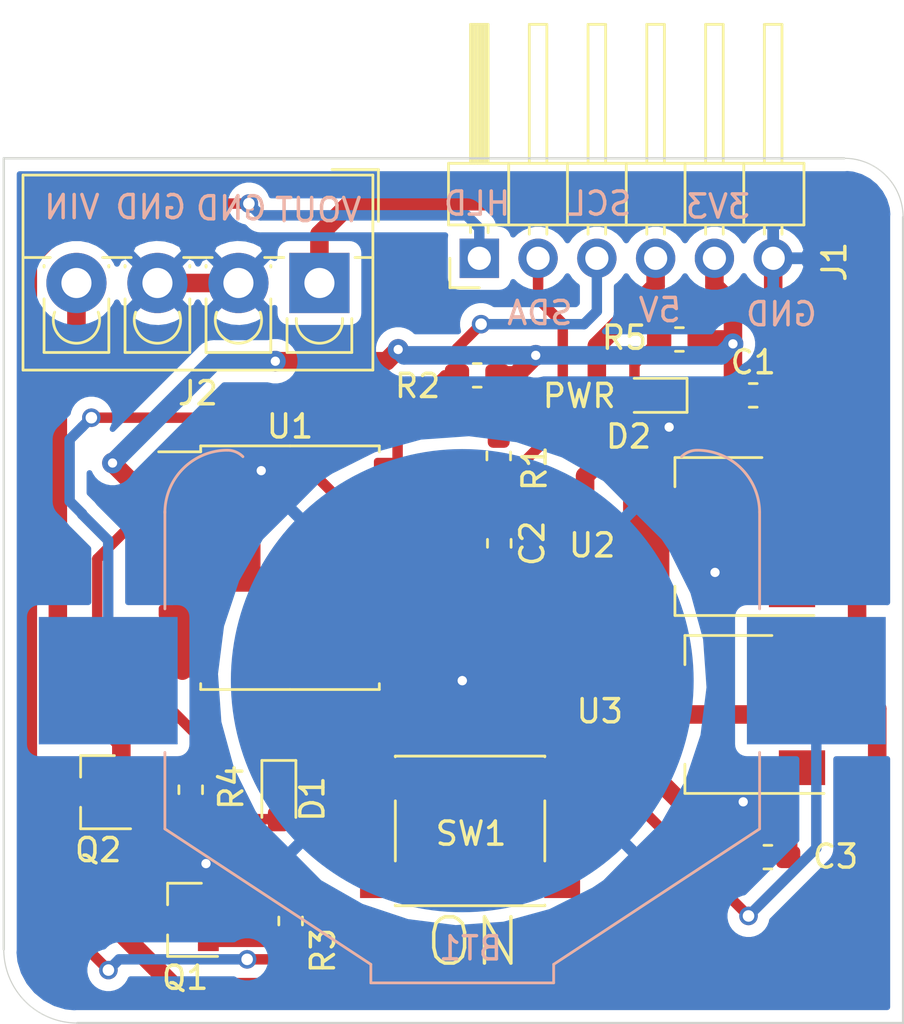
<source format=kicad_pcb>
(kicad_pcb (version 20171130) (host pcbnew 5.1.5-52549c5~84~ubuntu18.04.1)

  (general
    (thickness 1.6)
    (drawings 18)
    (tracks 193)
    (zones 0)
    (modules 19)
    (nets 15)
  )

  (page A4)
  (title_block
    (title Alarm)
  )

  (layers
    (0 F.Cu signal)
    (31 B.Cu signal)
    (32 B.Adhes user)
    (33 F.Adhes user)
    (34 B.Paste user)
    (35 F.Paste user)
    (36 B.SilkS user)
    (37 F.SilkS user)
    (38 B.Mask user)
    (39 F.Mask user)
    (40 Dwgs.User user)
    (41 Cmts.User user)
    (42 Eco1.User user)
    (43 Eco2.User user)
    (44 Edge.Cuts user)
    (45 Margin user)
    (46 B.CrtYd user)
    (47 F.CrtYd user)
    (48 B.Fab user)
    (49 F.Fab user)
  )

  (setup
    (last_trace_width 0.45)
    (trace_clearance 0.2)
    (zone_clearance 0.508)
    (zone_45_only no)
    (trace_min 0.2)
    (via_size 0.8)
    (via_drill 0.5)
    (via_min_size 0.4)
    (via_min_drill 0.3)
    (uvia_size 0.3)
    (uvia_drill 0.1)
    (uvias_allowed no)
    (uvia_min_size 0.2)
    (uvia_min_drill 0.1)
    (edge_width 0.05)
    (segment_width 0.2)
    (pcb_text_width 0.3)
    (pcb_text_size 1.5 1.5)
    (mod_edge_width 0.12)
    (mod_text_size 1 1)
    (mod_text_width 0.15)
    (pad_size 1.524 1.524)
    (pad_drill 0.762)
    (pad_to_mask_clearance 0.051)
    (solder_mask_min_width 0.25)
    (aux_axis_origin 0 0)
    (visible_elements FFFFFF7F)
    (pcbplotparams
      (layerselection 0x010fc_ffffffff)
      (usegerberextensions false)
      (usegerberattributes false)
      (usegerberadvancedattributes false)
      (creategerberjobfile false)
      (excludeedgelayer true)
      (linewidth 0.100000)
      (plotframeref false)
      (viasonmask false)
      (mode 1)
      (useauxorigin false)
      (hpglpennumber 1)
      (hpglpenspeed 20)
      (hpglpendiameter 15.000000)
      (psnegative false)
      (psa4output false)
      (plotreference true)
      (plotvalue true)
      (plotinvisibletext false)
      (padsonsilk false)
      (subtractmaskfromsilk false)
      (outputformat 1)
      (mirror false)
      (drillshape 1)
      (scaleselection 1)
      (outputdirectory ""))
  )

  (net 0 "")
  (net 1 +BATT)
  (net 2 GND)
  (net 3 +3V3)
  (net 4 +5V)
  (net 5 "Net-(D1-Pad1)")
  (net 6 "Net-(D1-Pad2)")
  (net 7 HOLD)
  (net 8 SDA)
  (net 9 SCL)
  (net 10 VBAT_OUT)
  (net 11 "Net-(U1-Pad1)")
  (net 12 "Net-(U1-Pad4)")
  (net 13 "Net-(D2-Pad2)")
  (net 14 VCCQ)

  (net_class Default "This is the default net class."
    (clearance 0.2)
    (trace_width 0.45)
    (via_dia 0.8)
    (via_drill 0.5)
    (uvia_dia 0.3)
    (uvia_drill 0.1)
    (add_net +BATT)
    (add_net HOLD)
    (add_net "Net-(D1-Pad1)")
    (add_net "Net-(D1-Pad2)")
    (add_net "Net-(D2-Pad2)")
    (add_net "Net-(U1-Pad1)")
    (add_net "Net-(U1-Pad4)")
    (add_net SCL)
    (add_net SDA)
    (add_net VCCQ)
  )

  (net_class Power ""
    (clearance 0.4)
    (trace_width 0.8)
    (via_dia 0.9)
    (via_drill 0.4)
    (uvia_dia 0.3)
    (uvia_drill 0.1)
    (add_net +3V3)
    (add_net +5V)
    (add_net GND)
    (add_net VBAT_OUT)
  )

  (module Resistor_SMD:R_0603_1608Metric_Pad1.05x0.95mm_HandSolder (layer F.Cu) (tedit 5B301BBD) (tstamp 5E933DA6)
    (at 124.446 103.8352 180)
    (descr "Resistor SMD 0603 (1608 Metric), square (rectangular) end terminal, IPC_7351 nominal with elongated pad for handsoldering. (Body size source: http://www.tortai-tech.com/upload/download/2011102023233369053.pdf), generated with kicad-footprint-generator")
    (tags "resistor handsolder")
    (path /5EAC67E9)
    (attr smd)
    (fp_text reference R5 (at 2.3736 0.0762) (layer F.SilkS)
      (effects (font (size 1 1) (thickness 0.15)))
    )
    (fp_text value 2k (at 0 1.43) (layer F.Fab)
      (effects (font (size 1 1) (thickness 0.15)))
    )
    (fp_text user %R (at 0 0) (layer F.Fab)
      (effects (font (size 0.4 0.4) (thickness 0.06)))
    )
    (fp_line (start 1.65 0.73) (end -1.65 0.73) (layer F.CrtYd) (width 0.05))
    (fp_line (start 1.65 -0.73) (end 1.65 0.73) (layer F.CrtYd) (width 0.05))
    (fp_line (start -1.65 -0.73) (end 1.65 -0.73) (layer F.CrtYd) (width 0.05))
    (fp_line (start -1.65 0.73) (end -1.65 -0.73) (layer F.CrtYd) (width 0.05))
    (fp_line (start -0.171267 0.51) (end 0.171267 0.51) (layer F.SilkS) (width 0.12))
    (fp_line (start -0.171267 -0.51) (end 0.171267 -0.51) (layer F.SilkS) (width 0.12))
    (fp_line (start 0.8 0.4) (end -0.8 0.4) (layer F.Fab) (width 0.1))
    (fp_line (start 0.8 -0.4) (end 0.8 0.4) (layer F.Fab) (width 0.1))
    (fp_line (start -0.8 -0.4) (end 0.8 -0.4) (layer F.Fab) (width 0.1))
    (fp_line (start -0.8 0.4) (end -0.8 -0.4) (layer F.Fab) (width 0.1))
    (pad 2 smd roundrect (at 0.875 0 180) (size 1.05 0.95) (layers F.Cu F.Paste F.Mask) (roundrect_rratio 0.25)
      (net 13 "Net-(D2-Pad2)"))
    (pad 1 smd roundrect (at -0.875 0 180) (size 1.05 0.95) (layers F.Cu F.Paste F.Mask) (roundrect_rratio 0.25)
      (net 3 +3V3))
    (model ${KISYS3DMOD}/Resistor_SMD.3dshapes/R_0603_1608Metric.wrl
      (at (xyz 0 0 0))
      (scale (xyz 1 1 1))
      (rotate (xyz 0 0 0))
    )
  )

  (module LED_SMD:LED_0603_1608Metric (layer F.Cu) (tedit 5B301BBE) (tstamp 5E933B5F)
    (at 123.2915 106.2482 180)
    (descr "LED SMD 0603 (1608 Metric), square (rectangular) end terminal, IPC_7351 nominal, (Body size source: http://www.tortai-tech.com/upload/download/2011102023233369053.pdf), generated with kicad-footprint-generator")
    (tags diode)
    (path /5EAC2AB9)
    (attr smd)
    (fp_text reference D2 (at 1.0413 -1.778) (layer F.SilkS)
      (effects (font (size 1 1) (thickness 0.15)))
    )
    (fp_text value LED (at 3.1241 0) (layer F.Fab)
      (effects (font (size 1 1) (thickness 0.15)))
    )
    (fp_text user %R (at 0 0) (layer F.Fab)
      (effects (font (size 0.4 0.4) (thickness 0.06)))
    )
    (fp_line (start 1.48 0.73) (end -1.48 0.73) (layer F.CrtYd) (width 0.05))
    (fp_line (start 1.48 -0.73) (end 1.48 0.73) (layer F.CrtYd) (width 0.05))
    (fp_line (start -1.48 -0.73) (end 1.48 -0.73) (layer F.CrtYd) (width 0.05))
    (fp_line (start -1.48 0.73) (end -1.48 -0.73) (layer F.CrtYd) (width 0.05))
    (fp_line (start -1.485 0.735) (end 0.8 0.735) (layer F.SilkS) (width 0.12))
    (fp_line (start -1.485 -0.735) (end -1.485 0.735) (layer F.SilkS) (width 0.12))
    (fp_line (start 0.8 -0.735) (end -1.485 -0.735) (layer F.SilkS) (width 0.12))
    (fp_line (start 0.8 0.4) (end 0.8 -0.4) (layer F.Fab) (width 0.1))
    (fp_line (start -0.8 0.4) (end 0.8 0.4) (layer F.Fab) (width 0.1))
    (fp_line (start -0.8 -0.1) (end -0.8 0.4) (layer F.Fab) (width 0.1))
    (fp_line (start -0.5 -0.4) (end -0.8 -0.1) (layer F.Fab) (width 0.1))
    (fp_line (start 0.8 -0.4) (end -0.5 -0.4) (layer F.Fab) (width 0.1))
    (pad 2 smd roundrect (at 0.7875 0 180) (size 0.875 0.95) (layers F.Cu F.Paste F.Mask) (roundrect_rratio 0.25)
      (net 13 "Net-(D2-Pad2)"))
    (pad 1 smd roundrect (at -0.7875 0 180) (size 0.875 0.95) (layers F.Cu F.Paste F.Mask) (roundrect_rratio 0.25)
      (net 2 GND))
    (model ${KISYS3DMOD}/LED_SMD.3dshapes/LED_0603_1608Metric.wrl
      (at (xyz 0 0 0))
      (scale (xyz 1 1 1))
      (rotate (xyz 0 0 0))
    )
  )

  (module Battery:BatteryHolder_Keystone_3008_1x2450 (layer B.Cu) (tedit 5D9CBE11) (tstamp 5E910A77)
    (at 115.062 118.5672)
    (descr http://www.keyelco.com/product-pdf.cfm?p=786)
    (tags "Keystone type 3008 coin cell retainer")
    (path /5E90FF4E)
    (attr smd)
    (fp_text reference BT1 (at 0.3556 11.557) (layer B.SilkS)
      (effects (font (size 1 1) (thickness 0.15)) (justify mirror))
    )
    (fp_text value Battery_Cell (at 0 -14) (layer B.Fab)
      (effects (font (size 1 1) (thickness 0.15)) (justify mirror))
    )
    (fp_text user %R (at -6.125001 3.415001) (layer B.Fab)
      (effects (font (size 1 1) (thickness 0.15)) (justify mirror))
    )
    (fp_arc (start 0 0) (end 0 -12.8) (angle 41.7) (layer B.CrtYd) (width 0.05))
    (fp_arc (start 0 -21) (end 9.15 -10.05) (angle 3.2) (layer B.CrtYd) (width 0.05))
    (fp_arc (start 0 0) (end 0 -12.8) (angle -41.7) (layer B.CrtYd) (width 0.05))
    (fp_arc (start 0 -21) (end -9.15 -10.05) (angle -3.2) (layer B.CrtYd) (width 0.05))
    (fp_arc (start 10.15 -9) (end 10.15 -10.45) (angle -45) (layer B.CrtYd) (width 0.05))
    (fp_arc (start -10.15 -9) (end -10.15 -10.45) (angle 45) (layer B.CrtYd) (width 0.05))
    (fp_arc (start 10.15 -7.25) (end 10.15 -10.45) (angle 90) (layer B.CrtYd) (width 0.05))
    (fp_arc (start -10.15 -7.25) (end -10.15 -10.45) (angle -90) (layer B.CrtYd) (width 0.05))
    (fp_arc (start 10.15 -9) (end 10.15 -9.95) (angle -45) (layer B.SilkS) (width 0.12))
    (fp_arc (start -10.15 -9) (end -10.15 -9.95) (angle 45) (layer B.SilkS) (width 0.12))
    (fp_arc (start 10.15 -9) (end 10.15 -9.8) (angle -45) (layer B.Fab) (width 0.1))
    (fp_arc (start -10.15 -9) (end -10.15 -9.8) (angle 45) (layer B.Fab) (width 0.1))
    (fp_arc (start 0 -21) (end -9.6 -9.58) (angle -80) (layer B.Fab) (width 0.1))
    (fp_arc (start -10.15 -7.25) (end -10.15 -9.95) (angle -90) (layer B.SilkS) (width 0.12))
    (fp_arc (start 10.15 -7.25) (end 10.15 -9.95) (angle 90) (layer B.SilkS) (width 0.12))
    (fp_line (start 12.85 -3.1) (end 12.85 -7.3) (layer B.SilkS) (width 0.12))
    (fp_line (start -12.85 -3.1) (end -12.85 -7.3) (layer B.SilkS) (width 0.12))
    (fp_line (start 13.35 -3.25) (end 13.35 -7.3) (layer B.CrtYd) (width 0.05))
    (fp_arc (start 10.15 -7.25) (end 10.15 -9.8) (angle 90) (layer B.Fab) (width 0.1))
    (fp_arc (start -10.15 -7.25) (end -10.15 -9.8) (angle -90) (layer B.Fab) (width 0.1))
    (fp_circle (center 0 0) (end 12.25 0) (layer Dwgs.User) (width 0.15))
    (fp_line (start 4.45 13.55) (end 4.45 12.55) (layer B.CrtYd) (width 0.05))
    (fp_line (start -4.45 13.55) (end 4.45 13.55) (layer B.CrtYd) (width 0.05))
    (fp_line (start -4.45 13.55) (end -4.45 12.55) (layer B.CrtYd) (width 0.05))
    (fp_line (start 4.45 12.55) (end 13.35 6.7) (layer B.CrtYd) (width 0.05))
    (fp_line (start 13.35 6.7) (end 13.35 3.25) (layer B.CrtYd) (width 0.05))
    (fp_line (start 18.8 -3.25) (end 13.35 -3.25) (layer B.CrtYd) (width 0.05))
    (fp_line (start 18.8 3.25) (end 18.8 -3.25) (layer B.CrtYd) (width 0.05))
    (fp_line (start 13.35 3.25) (end 18.8 3.25) (layer B.CrtYd) (width 0.05))
    (fp_line (start -4.45 12.55) (end -13.35 6.7) (layer B.CrtYd) (width 0.05))
    (fp_line (start -18.8 3.25) (end -18.8 -3.25) (layer B.CrtYd) (width 0.05))
    (fp_line (start -18.8 -3.25) (end -13.35 -3.25) (layer B.CrtYd) (width 0.05))
    (fp_line (start -13.35 -3.25) (end -13.35 -7.3) (layer B.CrtYd) (width 0.05))
    (fp_line (start -13.35 3.25) (end -18.8 3.25) (layer B.CrtYd) (width 0.05))
    (fp_line (start -13.35 6.7) (end -13.35 3.25) (layer B.CrtYd) (width 0.05))
    (fp_line (start 12.85 6.4) (end 12.85 3.1) (layer B.SilkS) (width 0.12))
    (fp_line (start 3.95 12.25) (end 12.85 6.4) (layer B.SilkS) (width 0.12))
    (fp_line (start 3.95 13.05) (end 3.95 12.25) (layer B.SilkS) (width 0.12))
    (fp_line (start -3.95 13.05) (end 3.95 13.05) (layer B.SilkS) (width 0.12))
    (fp_line (start -3.95 13.05) (end -3.95 12.25) (layer B.SilkS) (width 0.12))
    (fp_line (start -3.95 12.25) (end -12.85 6.4) (layer B.SilkS) (width 0.12))
    (fp_line (start -12.85 6.4) (end -12.85 3.1) (layer B.SilkS) (width 0.12))
    (fp_line (start 3.8 12.2) (end 12.7 6.35) (layer B.Fab) (width 0.1))
    (fp_line (start 12.7 6.35) (end 12.7 -7.3) (layer B.Fab) (width 0.1))
    (fp_line (start -3.8 12.2) (end -12.7 6.35) (layer B.Fab) (width 0.1))
    (fp_line (start -12.7 6.35) (end -12.7 -7.3) (layer B.Fab) (width 0.1))
    (fp_line (start -3.8 12.9) (end -3.8 12.2) (layer B.Fab) (width 0.1))
    (fp_line (start 3.8 12.9) (end 3.8 12.2) (layer B.Fab) (width 0.1))
    (fp_line (start -3.8 12.9) (end 3.8 12.9) (layer B.Fab) (width 0.1))
    (pad 1 smd rect (at -15.3 0) (size 6 5.5) (layers B.Cu B.Paste B.Mask)
      (net 1 +BATT))
    (pad 1 smd rect (at 15.3 0) (size 6 5.5) (layers B.Cu B.Paste B.Mask)
      (net 1 +BATT))
    (pad 2 smd circle (at 0 0) (size 20 20) (layers B.Cu B.Mask)
      (net 2 GND))
    (model ${KISYS3DMOD}/Battery.3dshapes/BatteryHolder_Keystone_3008_1x2450.wrl
      (at (xyz 0 0 0))
      (scale (xyz 1 1 1))
      (rotate (xyz 0 0 0))
    )
  )

  (module Capacitor_SMD:C_0603_1608Metric_Pad1.05x0.95mm_HandSolder (layer F.Cu) (tedit 5B301BBE) (tstamp 5E91197B)
    (at 127.635 106.2482)
    (descr "Capacitor SMD 0603 (1608 Metric), square (rectangular) end terminal, IPC_7351 nominal with elongated pad for handsoldering. (Body size source: http://www.tortai-tech.com/upload/download/2011102023233369053.pdf), generated with kicad-footprint-generator")
    (tags "capacitor handsolder")
    (path /5E90E9AC)
    (attr smd)
    (fp_text reference C1 (at 0 -1.43) (layer F.SilkS)
      (effects (font (size 1 1) (thickness 0.15)))
    )
    (fp_text value 10uf (at 0 1.43) (layer F.Fab)
      (effects (font (size 1 1) (thickness 0.15)))
    )
    (fp_line (start -0.8 0.4) (end -0.8 -0.4) (layer F.Fab) (width 0.1))
    (fp_line (start -0.8 -0.4) (end 0.8 -0.4) (layer F.Fab) (width 0.1))
    (fp_line (start 0.8 -0.4) (end 0.8 0.4) (layer F.Fab) (width 0.1))
    (fp_line (start 0.8 0.4) (end -0.8 0.4) (layer F.Fab) (width 0.1))
    (fp_line (start -0.171267 -0.51) (end 0.171267 -0.51) (layer F.SilkS) (width 0.12))
    (fp_line (start -0.171267 0.51) (end 0.171267 0.51) (layer F.SilkS) (width 0.12))
    (fp_line (start -1.65 0.73) (end -1.65 -0.73) (layer F.CrtYd) (width 0.05))
    (fp_line (start -1.65 -0.73) (end 1.65 -0.73) (layer F.CrtYd) (width 0.05))
    (fp_line (start 1.65 -0.73) (end 1.65 0.73) (layer F.CrtYd) (width 0.05))
    (fp_line (start 1.65 0.73) (end -1.65 0.73) (layer F.CrtYd) (width 0.05))
    (fp_text user %R (at -0.8 0.4) (layer F.Fab)
      (effects (font (size 0.4 0.4) (thickness 0.06)))
    )
    (pad 1 smd roundrect (at -0.875 0) (size 1.05 0.95) (layers F.Cu F.Paste F.Mask) (roundrect_rratio 0.25)
      (net 3 +3V3))
    (pad 2 smd roundrect (at 0.875 0) (size 1.05 0.95) (layers F.Cu F.Paste F.Mask) (roundrect_rratio 0.25)
      (net 2 GND))
    (model ${KISYS3DMOD}/Capacitor_SMD.3dshapes/C_0603_1608Metric.wrl
      (at (xyz 0 0 0))
      (scale (xyz 1 1 1))
      (rotate (xyz 0 0 0))
    )
  )

  (module Capacitor_SMD:C_0603_1608Metric_Pad1.05x0.95mm_HandSolder (layer F.Cu) (tedit 5B301BBE) (tstamp 5E910A99)
    (at 116.6622 112.6376 270)
    (descr "Capacitor SMD 0603 (1608 Metric), square (rectangular) end terminal, IPC_7351 nominal with elongated pad for handsoldering. (Body size source: http://www.tortai-tech.com/upload/download/2011102023233369053.pdf), generated with kicad-footprint-generator")
    (tags "capacitor handsolder")
    (path /5E92F877)
    (attr smd)
    (fp_text reference C2 (at 0 -1.43 90) (layer F.SilkS)
      (effects (font (size 1 1) (thickness 0.15)))
    )
    (fp_text value 5UF (at 0 1.43 90) (layer F.Fab)
      (effects (font (size 1 1) (thickness 0.15)))
    )
    (fp_text user %R (at 0 0 90) (layer F.Fab)
      (effects (font (size 0.4 0.4) (thickness 0.06)))
    )
    (fp_line (start 1.65 0.73) (end -1.65 0.73) (layer F.CrtYd) (width 0.05))
    (fp_line (start 1.65 -0.73) (end 1.65 0.73) (layer F.CrtYd) (width 0.05))
    (fp_line (start -1.65 -0.73) (end 1.65 -0.73) (layer F.CrtYd) (width 0.05))
    (fp_line (start -1.65 0.73) (end -1.65 -0.73) (layer F.CrtYd) (width 0.05))
    (fp_line (start -0.171267 0.51) (end 0.171267 0.51) (layer F.SilkS) (width 0.12))
    (fp_line (start -0.171267 -0.51) (end 0.171267 -0.51) (layer F.SilkS) (width 0.12))
    (fp_line (start 0.8 0.4) (end -0.8 0.4) (layer F.Fab) (width 0.1))
    (fp_line (start 0.8 -0.4) (end 0.8 0.4) (layer F.Fab) (width 0.1))
    (fp_line (start -0.8 -0.4) (end 0.8 -0.4) (layer F.Fab) (width 0.1))
    (fp_line (start -0.8 0.4) (end -0.8 -0.4) (layer F.Fab) (width 0.1))
    (pad 2 smd roundrect (at 0.875 0 270) (size 1.05 0.95) (layers F.Cu F.Paste F.Mask) (roundrect_rratio 0.25)
      (net 2 GND))
    (pad 1 smd roundrect (at -0.875 0 270) (size 1.05 0.95) (layers F.Cu F.Paste F.Mask) (roundrect_rratio 0.25)
      (net 1 +BATT))
    (model ${KISYS3DMOD}/Capacitor_SMD.3dshapes/C_0603_1608Metric.wrl
      (at (xyz 0 0 0))
      (scale (xyz 1 1 1))
      (rotate (xyz 0 0 0))
    )
  )

  (module Capacitor_SMD:C_0603_1608Metric_Pad1.05x0.95mm_HandSolder (layer F.Cu) (tedit 5B301BBE) (tstamp 5E910AAA)
    (at 128.27 126.1872)
    (descr "Capacitor SMD 0603 (1608 Metric), square (rectangular) end terminal, IPC_7351 nominal with elongated pad for handsoldering. (Body size source: http://www.tortai-tech.com/upload/download/2011102023233369053.pdf), generated with kicad-footprint-generator")
    (tags "capacitor handsolder")
    (path /5EA65465)
    (attr smd)
    (fp_text reference C3 (at 2.921 -0.0254) (layer F.SilkS)
      (effects (font (size 1 1) (thickness 0.15)))
    )
    (fp_text value 10uf (at 0 1.43) (layer F.Fab)
      (effects (font (size 1 1) (thickness 0.15)))
    )
    (fp_line (start -0.8 0.4) (end -0.8 -0.4) (layer F.Fab) (width 0.1))
    (fp_line (start -0.8 -0.4) (end 0.8 -0.4) (layer F.Fab) (width 0.1))
    (fp_line (start 0.8 -0.4) (end 0.8 0.4) (layer F.Fab) (width 0.1))
    (fp_line (start 0.8 0.4) (end -0.8 0.4) (layer F.Fab) (width 0.1))
    (fp_line (start -0.171267 -0.51) (end 0.171267 -0.51) (layer F.SilkS) (width 0.12))
    (fp_line (start -0.171267 0.51) (end 0.171267 0.51) (layer F.SilkS) (width 0.12))
    (fp_line (start -1.65 0.73) (end -1.65 -0.73) (layer F.CrtYd) (width 0.05))
    (fp_line (start -1.65 -0.73) (end 1.65 -0.73) (layer F.CrtYd) (width 0.05))
    (fp_line (start 1.65 -0.73) (end 1.65 0.73) (layer F.CrtYd) (width 0.05))
    (fp_line (start 1.65 0.73) (end -1.65 0.73) (layer F.CrtYd) (width 0.05))
    (fp_text user %R (at 0 0) (layer F.Fab)
      (effects (font (size 0.4 0.4) (thickness 0.06)))
    )
    (pad 1 smd roundrect (at -0.875 0) (size 1.05 0.95) (layers F.Cu F.Paste F.Mask) (roundrect_rratio 0.25)
      (net 4 +5V))
    (pad 2 smd roundrect (at 0.875 0) (size 1.05 0.95) (layers F.Cu F.Paste F.Mask) (roundrect_rratio 0.25)
      (net 2 GND))
    (model ${KISYS3DMOD}/Capacitor_SMD.3dshapes/C_0603_1608Metric.wrl
      (at (xyz 0 0 0))
      (scale (xyz 1 1 1))
      (rotate (xyz 0 0 0))
    )
  )

  (module Diode_SMD:D_0603_1608Metric_Pad1.05x0.95mm_HandSolder (layer F.Cu) (tedit 5B4B45C8) (tstamp 5E910ABD)
    (at 107.1372 123.6726 270)
    (descr "Diode SMD 0603 (1608 Metric), square (rectangular) end terminal, IPC_7351 nominal, (Body size source: http://www.tortai-tech.com/upload/download/2011102023233369053.pdf), generated with kicad-footprint-generator")
    (tags "diode handsolder")
    (path /5E9BC474)
    (attr smd)
    (fp_text reference D1 (at 0 -1.4478 90) (layer F.SilkS)
      (effects (font (size 1 1) (thickness 0.15)))
    )
    (fp_text value D_Small (at 0 1.43 90) (layer F.Fab)
      (effects (font (size 1 1) (thickness 0.15)))
    )
    (fp_line (start 0.8 -0.4) (end -0.5 -0.4) (layer F.Fab) (width 0.1))
    (fp_line (start -0.5 -0.4) (end -0.8 -0.1) (layer F.Fab) (width 0.1))
    (fp_line (start -0.8 -0.1) (end -0.8 0.4) (layer F.Fab) (width 0.1))
    (fp_line (start -0.8 0.4) (end 0.8 0.4) (layer F.Fab) (width 0.1))
    (fp_line (start 0.8 0.4) (end 0.8 -0.4) (layer F.Fab) (width 0.1))
    (fp_line (start 0.8 -0.735) (end -1.66 -0.735) (layer F.SilkS) (width 0.12))
    (fp_line (start -1.66 -0.735) (end -1.66 0.735) (layer F.SilkS) (width 0.12))
    (fp_line (start -1.66 0.735) (end 0.8 0.735) (layer F.SilkS) (width 0.12))
    (fp_line (start -1.65 0.73) (end -1.65 -0.73) (layer F.CrtYd) (width 0.05))
    (fp_line (start -1.65 -0.73) (end 1.65 -0.73) (layer F.CrtYd) (width 0.05))
    (fp_line (start 1.65 -0.73) (end 1.65 0.73) (layer F.CrtYd) (width 0.05))
    (fp_line (start 1.65 0.73) (end -1.65 0.73) (layer F.CrtYd) (width 0.05))
    (fp_text user %R (at 0 0 90) (layer F.Fab)
      (effects (font (size 0.4 0.4) (thickness 0.06)))
    )
    (pad 1 smd roundrect (at -0.875 0 270) (size 1.05 0.95) (layers F.Cu F.Paste F.Mask) (roundrect_rratio 0.25)
      (net 5 "Net-(D1-Pad1)"))
    (pad 2 smd roundrect (at 0.875 0 270) (size 1.05 0.95) (layers F.Cu F.Paste F.Mask) (roundrect_rratio 0.25)
      (net 6 "Net-(D1-Pad2)"))
    (model ${KISYS3DMOD}/Diode_SMD.3dshapes/D_0603_1608Metric.wrl
      (at (xyz 0 0 0))
      (scale (xyz 1 1 1))
      (rotate (xyz 0 0 0))
    )
  )

  (module Connector_PinHeader_2.54mm:PinHeader_1x06_P2.54mm_Horizontal (layer F.Cu) (tedit 59FED5CB) (tstamp 5E910B24)
    (at 115.7986 100.33 90)
    (descr "Through hole angled pin header, 1x06, 2.54mm pitch, 6mm pin length, single row")
    (tags "Through hole angled pin header THT 1x06 2.54mm single row")
    (path /5E9C8476)
    (fp_text reference J1 (at -0.1524 15.3416 90) (layer F.SilkS)
      (effects (font (size 1 1) (thickness 0.15)))
    )
    (fp_text value Conn_01x06_Male (at 4.385 14.97 90) (layer F.Fab)
      (effects (font (size 1 1) (thickness 0.15)))
    )
    (fp_line (start 2.135 -1.27) (end 4.04 -1.27) (layer F.Fab) (width 0.1))
    (fp_line (start 4.04 -1.27) (end 4.04 13.97) (layer F.Fab) (width 0.1))
    (fp_line (start 4.04 13.97) (end 1.5 13.97) (layer F.Fab) (width 0.1))
    (fp_line (start 1.5 13.97) (end 1.5 -0.635) (layer F.Fab) (width 0.1))
    (fp_line (start 1.5 -0.635) (end 2.135 -1.27) (layer F.Fab) (width 0.1))
    (fp_line (start -0.32 -0.32) (end 1.5 -0.32) (layer F.Fab) (width 0.1))
    (fp_line (start -0.32 -0.32) (end -0.32 0.32) (layer F.Fab) (width 0.1))
    (fp_line (start -0.32 0.32) (end 1.5 0.32) (layer F.Fab) (width 0.1))
    (fp_line (start 4.04 -0.32) (end 10.04 -0.32) (layer F.Fab) (width 0.1))
    (fp_line (start 10.04 -0.32) (end 10.04 0.32) (layer F.Fab) (width 0.1))
    (fp_line (start 4.04 0.32) (end 10.04 0.32) (layer F.Fab) (width 0.1))
    (fp_line (start -0.32 2.22) (end 1.5 2.22) (layer F.Fab) (width 0.1))
    (fp_line (start -0.32 2.22) (end -0.32 2.86) (layer F.Fab) (width 0.1))
    (fp_line (start -0.32 2.86) (end 1.5 2.86) (layer F.Fab) (width 0.1))
    (fp_line (start 4.04 2.22) (end 10.04 2.22) (layer F.Fab) (width 0.1))
    (fp_line (start 10.04 2.22) (end 10.04 2.86) (layer F.Fab) (width 0.1))
    (fp_line (start 4.04 2.86) (end 10.04 2.86) (layer F.Fab) (width 0.1))
    (fp_line (start -0.32 4.76) (end 1.5 4.76) (layer F.Fab) (width 0.1))
    (fp_line (start -0.32 4.76) (end -0.32 5.4) (layer F.Fab) (width 0.1))
    (fp_line (start -0.32 5.4) (end 1.5 5.4) (layer F.Fab) (width 0.1))
    (fp_line (start 4.04 4.76) (end 10.04 4.76) (layer F.Fab) (width 0.1))
    (fp_line (start 10.04 4.76) (end 10.04 5.4) (layer F.Fab) (width 0.1))
    (fp_line (start 4.04 5.4) (end 10.04 5.4) (layer F.Fab) (width 0.1))
    (fp_line (start -0.32 7.3) (end 1.5 7.3) (layer F.Fab) (width 0.1))
    (fp_line (start -0.32 7.3) (end -0.32 7.94) (layer F.Fab) (width 0.1))
    (fp_line (start -0.32 7.94) (end 1.5 7.94) (layer F.Fab) (width 0.1))
    (fp_line (start 4.04 7.3) (end 10.04 7.3) (layer F.Fab) (width 0.1))
    (fp_line (start 10.04 7.3) (end 10.04 7.94) (layer F.Fab) (width 0.1))
    (fp_line (start 4.04 7.94) (end 10.04 7.94) (layer F.Fab) (width 0.1))
    (fp_line (start -0.32 9.84) (end 1.5 9.84) (layer F.Fab) (width 0.1))
    (fp_line (start -0.32 9.84) (end -0.32 10.48) (layer F.Fab) (width 0.1))
    (fp_line (start -0.32 10.48) (end 1.5 10.48) (layer F.Fab) (width 0.1))
    (fp_line (start 4.04 9.84) (end 10.04 9.84) (layer F.Fab) (width 0.1))
    (fp_line (start 10.04 9.84) (end 10.04 10.48) (layer F.Fab) (width 0.1))
    (fp_line (start 4.04 10.48) (end 10.04 10.48) (layer F.Fab) (width 0.1))
    (fp_line (start -0.32 12.38) (end 1.5 12.38) (layer F.Fab) (width 0.1))
    (fp_line (start -0.32 12.38) (end -0.32 13.02) (layer F.Fab) (width 0.1))
    (fp_line (start -0.32 13.02) (end 1.5 13.02) (layer F.Fab) (width 0.1))
    (fp_line (start 4.04 12.38) (end 10.04 12.38) (layer F.Fab) (width 0.1))
    (fp_line (start 10.04 12.38) (end 10.04 13.02) (layer F.Fab) (width 0.1))
    (fp_line (start 4.04 13.02) (end 10.04 13.02) (layer F.Fab) (width 0.1))
    (fp_line (start 1.44 -1.33) (end 1.44 14.03) (layer F.SilkS) (width 0.12))
    (fp_line (start 1.44 14.03) (end 4.1 14.03) (layer F.SilkS) (width 0.12))
    (fp_line (start 4.1 14.03) (end 4.1 -1.33) (layer F.SilkS) (width 0.12))
    (fp_line (start 4.1 -1.33) (end 1.44 -1.33) (layer F.SilkS) (width 0.12))
    (fp_line (start 4.1 -0.38) (end 10.1 -0.38) (layer F.SilkS) (width 0.12))
    (fp_line (start 10.1 -0.38) (end 10.1 0.38) (layer F.SilkS) (width 0.12))
    (fp_line (start 10.1 0.38) (end 4.1 0.38) (layer F.SilkS) (width 0.12))
    (fp_line (start 4.1 -0.32) (end 10.1 -0.32) (layer F.SilkS) (width 0.12))
    (fp_line (start 4.1 -0.2) (end 10.1 -0.2) (layer F.SilkS) (width 0.12))
    (fp_line (start 4.1 -0.08) (end 10.1 -0.08) (layer F.SilkS) (width 0.12))
    (fp_line (start 4.1 0.04) (end 10.1 0.04) (layer F.SilkS) (width 0.12))
    (fp_line (start 4.1 0.16) (end 10.1 0.16) (layer F.SilkS) (width 0.12))
    (fp_line (start 4.1 0.28) (end 10.1 0.28) (layer F.SilkS) (width 0.12))
    (fp_line (start 1.11 -0.38) (end 1.44 -0.38) (layer F.SilkS) (width 0.12))
    (fp_line (start 1.11 0.38) (end 1.44 0.38) (layer F.SilkS) (width 0.12))
    (fp_line (start 1.44 1.27) (end 4.1 1.27) (layer F.SilkS) (width 0.12))
    (fp_line (start 4.1 2.16) (end 10.1 2.16) (layer F.SilkS) (width 0.12))
    (fp_line (start 10.1 2.16) (end 10.1 2.92) (layer F.SilkS) (width 0.12))
    (fp_line (start 10.1 2.92) (end 4.1 2.92) (layer F.SilkS) (width 0.12))
    (fp_line (start 1.042929 2.16) (end 1.44 2.16) (layer F.SilkS) (width 0.12))
    (fp_line (start 1.042929 2.92) (end 1.44 2.92) (layer F.SilkS) (width 0.12))
    (fp_line (start 1.44 3.81) (end 4.1 3.81) (layer F.SilkS) (width 0.12))
    (fp_line (start 4.1 4.7) (end 10.1 4.7) (layer F.SilkS) (width 0.12))
    (fp_line (start 10.1 4.7) (end 10.1 5.46) (layer F.SilkS) (width 0.12))
    (fp_line (start 10.1 5.46) (end 4.1 5.46) (layer F.SilkS) (width 0.12))
    (fp_line (start 1.042929 4.7) (end 1.44 4.7) (layer F.SilkS) (width 0.12))
    (fp_line (start 1.042929 5.46) (end 1.44 5.46) (layer F.SilkS) (width 0.12))
    (fp_line (start 1.44 6.35) (end 4.1 6.35) (layer F.SilkS) (width 0.12))
    (fp_line (start 4.1 7.24) (end 10.1 7.24) (layer F.SilkS) (width 0.12))
    (fp_line (start 10.1 7.24) (end 10.1 8) (layer F.SilkS) (width 0.12))
    (fp_line (start 10.1 8) (end 4.1 8) (layer F.SilkS) (width 0.12))
    (fp_line (start 1.042929 7.24) (end 1.44 7.24) (layer F.SilkS) (width 0.12))
    (fp_line (start 1.042929 8) (end 1.44 8) (layer F.SilkS) (width 0.12))
    (fp_line (start 1.44 8.89) (end 4.1 8.89) (layer F.SilkS) (width 0.12))
    (fp_line (start 4.1 9.78) (end 10.1 9.78) (layer F.SilkS) (width 0.12))
    (fp_line (start 10.1 9.78) (end 10.1 10.54) (layer F.SilkS) (width 0.12))
    (fp_line (start 10.1 10.54) (end 4.1 10.54) (layer F.SilkS) (width 0.12))
    (fp_line (start 1.042929 9.78) (end 1.44 9.78) (layer F.SilkS) (width 0.12))
    (fp_line (start 1.042929 10.54) (end 1.44 10.54) (layer F.SilkS) (width 0.12))
    (fp_line (start 1.44 11.43) (end 4.1 11.43) (layer F.SilkS) (width 0.12))
    (fp_line (start 4.1 12.32) (end 10.1 12.32) (layer F.SilkS) (width 0.12))
    (fp_line (start 10.1 12.32) (end 10.1 13.08) (layer F.SilkS) (width 0.12))
    (fp_line (start 10.1 13.08) (end 4.1 13.08) (layer F.SilkS) (width 0.12))
    (fp_line (start 1.042929 12.32) (end 1.44 12.32) (layer F.SilkS) (width 0.12))
    (fp_line (start 1.042929 13.08) (end 1.44 13.08) (layer F.SilkS) (width 0.12))
    (fp_line (start -1.27 0) (end -1.27 -1.27) (layer F.SilkS) (width 0.12))
    (fp_line (start -1.27 -1.27) (end 0 -1.27) (layer F.SilkS) (width 0.12))
    (fp_line (start -1.8 -1.8) (end -1.8 14.5) (layer F.CrtYd) (width 0.05))
    (fp_line (start -1.8 14.5) (end 10.55 14.5) (layer F.CrtYd) (width 0.05))
    (fp_line (start 10.55 14.5) (end 10.55 -1.8) (layer F.CrtYd) (width 0.05))
    (fp_line (start 10.55 -1.8) (end -1.8 -1.8) (layer F.CrtYd) (width 0.05))
    (fp_text user %R (at 2.77 6.35) (layer F.Fab)
      (effects (font (size 1 1) (thickness 0.15)))
    )
    (pad 1 thru_hole rect (at 0 0 90) (size 1.7 1.7) (drill 1) (layers *.Cu *.Mask)
      (net 7 HOLD))
    (pad 2 thru_hole oval (at 0 2.54 90) (size 1.7 1.7) (drill 1) (layers *.Cu *.Mask)
      (net 8 SDA))
    (pad 3 thru_hole oval (at 0 5.08 90) (size 1.7 1.7) (drill 1) (layers *.Cu *.Mask)
      (net 9 SCL))
    (pad 4 thru_hole oval (at 0 7.62 90) (size 1.7 1.7) (drill 1) (layers *.Cu *.Mask)
      (net 4 +5V))
    (pad 5 thru_hole oval (at 0 10.16 90) (size 1.7 1.7) (drill 1) (layers *.Cu *.Mask)
      (net 3 +3V3))
    (pad 6 thru_hole oval (at 0 12.7 90) (size 1.7 1.7) (drill 1) (layers *.Cu *.Mask)
      (net 2 GND))
    (model ${KISYS3DMOD}/Connector_PinHeader_2.54mm.3dshapes/PinHeader_1x06_P2.54mm_Horizontal.wrl
      (at (xyz 0 0 0))
      (scale (xyz 1 1 1))
      (rotate (xyz 0 0 0))
    )
  )

  (module TerminalBlock_4Ucon:TerminalBlock_4Ucon_1x04_P3.50mm_Vertical (layer F.Cu) (tedit 5B294E80) (tstamp 5E910B72)
    (at 108.8898 101.3968 180)
    (descr "Terminal Block 4Ucon ItemNo. 10695, vertical (cable from top), 4 pins, pitch 3.5mm, size 15x8.3mm^2, drill diamater 1.3mm, pad diameter 2.6mm, see http://www.4uconnector.com/online/object/4udrawing/10695.pdf, script-generated with , script-generated using https://github.com/pointhi/kicad-footprint-generator/scripts/TerminalBlock_4Ucon")
    (tags "THT Terminal Block 4Ucon ItemNo. 10695 vertical pitch 3.5mm size 15x8.3mm^2 drill 1.3mm pad 2.6mm")
    (path /5E9CB485)
    (fp_text reference J2 (at 5.25 -4.76) (layer F.SilkS)
      (effects (font (size 1 1) (thickness 0.15)))
    )
    (fp_text value Screw_Terminal_01x04 (at 5.25 5.66) (layer F.Fab)
      (effects (font (size 1 1) (thickness 0.15)))
    )
    (fp_arc (start 0 -1.6) (end 0.998 -1.531) (angle -188) (layer F.SilkS) (width 0.12))
    (fp_arc (start 3.5 -1.6) (end 4.44 -1.258) (angle -220) (layer F.SilkS) (width 0.12))
    (fp_arc (start 7 -1.6) (end 7.94 -1.258) (angle -220) (layer F.SilkS) (width 0.12))
    (fp_arc (start 10.5 -1.6) (end 11.44 -1.258) (angle -220) (layer F.SilkS) (width 0.12))
    (fp_circle (center 0 -1.6) (end 1 -1.6) (layer F.Fab) (width 0.1))
    (fp_circle (center 3.5 -1.6) (end 4.5 -1.6) (layer F.Fab) (width 0.1))
    (fp_circle (center 7 -1.6) (end 8 -1.6) (layer F.Fab) (width 0.1))
    (fp_circle (center 10.5 -1.6) (end 11.5 -1.6) (layer F.Fab) (width 0.1))
    (fp_line (start -2.25 -3.7) (end 12.75 -3.7) (layer F.Fab) (width 0.1))
    (fp_line (start 12.75 -3.7) (end 12.75 4.6) (layer F.Fab) (width 0.1))
    (fp_line (start 12.75 4.6) (end -0.25 4.6) (layer F.Fab) (width 0.1))
    (fp_line (start -0.25 4.6) (end -2.25 2.6) (layer F.Fab) (width 0.1))
    (fp_line (start -2.25 2.6) (end -2.25 -3.7) (layer F.Fab) (width 0.1))
    (fp_line (start -2.25 1.1) (end 12.75 1.1) (layer F.Fab) (width 0.1))
    (fp_line (start -2.31 1.101) (end -1.54 1.101) (layer F.SilkS) (width 0.12))
    (fp_line (start 1.54 1.101) (end 2.367 1.101) (layer F.SilkS) (width 0.12))
    (fp_line (start 4.634 1.101) (end 5.867 1.101) (layer F.SilkS) (width 0.12))
    (fp_line (start 8.134 1.101) (end 9.367 1.101) (layer F.SilkS) (width 0.12))
    (fp_line (start 11.634 1.101) (end 12.81 1.101) (layer F.SilkS) (width 0.12))
    (fp_line (start -2.31 -3.76) (end 12.81 -3.76) (layer F.SilkS) (width 0.12))
    (fp_line (start -2.31 4.66) (end 12.81 4.66) (layer F.SilkS) (width 0.12))
    (fp_line (start -2.31 -3.76) (end -2.31 4.66) (layer F.SilkS) (width 0.12))
    (fp_line (start 12.81 -3.76) (end 12.81 4.66) (layer F.SilkS) (width 0.12))
    (fp_line (start -1.4 -3) (end 1.4 -3) (layer F.SilkS) (width 0.12))
    (fp_line (start -1.4 -3) (end -1.4 -1.54) (layer F.SilkS) (width 0.12))
    (fp_line (start 1.4 -3) (end 1.4 -1.54) (layer F.SilkS) (width 0.12))
    (fp_line (start -1.4 -3) (end -1.4 0.75) (layer F.Fab) (width 0.1))
    (fp_line (start -1.4 0.75) (end 1.4 0.75) (layer F.Fab) (width 0.1))
    (fp_line (start 1.4 0.75) (end 1.4 -3) (layer F.Fab) (width 0.1))
    (fp_line (start 1.4 -3) (end -1.4 -3) (layer F.Fab) (width 0.1))
    (fp_line (start 2.1 -3) (end 4.9 -3) (layer F.SilkS) (width 0.12))
    (fp_line (start 2.1 0.75) (end 2.101 0.75) (layer F.SilkS) (width 0.12))
    (fp_line (start 4.9 0.75) (end 4.9 0.75) (layer F.SilkS) (width 0.12))
    (fp_line (start 2.1 -3) (end 2.1 -0.689) (layer F.SilkS) (width 0.12))
    (fp_line (start 2.1 0.689) (end 2.1 0.75) (layer F.SilkS) (width 0.12))
    (fp_line (start 4.9 -3) (end 4.9 -0.689) (layer F.SilkS) (width 0.12))
    (fp_line (start 4.9 0.689) (end 4.9 0.75) (layer F.SilkS) (width 0.12))
    (fp_line (start 2.1 -3) (end 2.1 0.75) (layer F.Fab) (width 0.1))
    (fp_line (start 2.1 0.75) (end 4.9 0.75) (layer F.Fab) (width 0.1))
    (fp_line (start 4.9 0.75) (end 4.9 -3) (layer F.Fab) (width 0.1))
    (fp_line (start 4.9 -3) (end 2.1 -3) (layer F.Fab) (width 0.1))
    (fp_line (start 5.6 -3) (end 8.4 -3) (layer F.SilkS) (width 0.12))
    (fp_line (start 5.6 0.75) (end 5.601 0.75) (layer F.SilkS) (width 0.12))
    (fp_line (start 8.4 0.75) (end 8.4 0.75) (layer F.SilkS) (width 0.12))
    (fp_line (start 5.6 -3) (end 5.6 -0.689) (layer F.SilkS) (width 0.12))
    (fp_line (start 5.6 0.689) (end 5.6 0.75) (layer F.SilkS) (width 0.12))
    (fp_line (start 8.4 -3) (end 8.4 -0.689) (layer F.SilkS) (width 0.12))
    (fp_line (start 8.4 0.689) (end 8.4 0.75) (layer F.SilkS) (width 0.12))
    (fp_line (start 5.6 -3) (end 5.6 0.75) (layer F.Fab) (width 0.1))
    (fp_line (start 5.6 0.75) (end 8.4 0.75) (layer F.Fab) (width 0.1))
    (fp_line (start 8.4 0.75) (end 8.4 -3) (layer F.Fab) (width 0.1))
    (fp_line (start 8.4 -3) (end 5.6 -3) (layer F.Fab) (width 0.1))
    (fp_line (start 9.1 -3) (end 11.9 -3) (layer F.SilkS) (width 0.12))
    (fp_line (start 9.1 0.75) (end 9.101 0.75) (layer F.SilkS) (width 0.12))
    (fp_line (start 11.9 0.75) (end 11.9 0.75) (layer F.SilkS) (width 0.12))
    (fp_line (start 9.1 -3) (end 9.1 -0.689) (layer F.SilkS) (width 0.12))
    (fp_line (start 9.1 0.689) (end 9.1 0.75) (layer F.SilkS) (width 0.12))
    (fp_line (start 11.9 -3) (end 11.9 -0.689) (layer F.SilkS) (width 0.12))
    (fp_line (start 11.9 0.689) (end 11.9 0.75) (layer F.SilkS) (width 0.12))
    (fp_line (start 9.1 -3) (end 9.1 0.75) (layer F.Fab) (width 0.1))
    (fp_line (start 9.1 0.75) (end 11.9 0.75) (layer F.Fab) (width 0.1))
    (fp_line (start 11.9 0.75) (end 11.9 -3) (layer F.Fab) (width 0.1))
    (fp_line (start 11.9 -3) (end 9.1 -3) (layer F.Fab) (width 0.1))
    (fp_line (start -2.55 2.66) (end -2.55 4.9) (layer F.SilkS) (width 0.12))
    (fp_line (start -2.55 4.9) (end -0.55 4.9) (layer F.SilkS) (width 0.12))
    (fp_line (start -2.75 -4.2) (end -2.75 5.11) (layer F.CrtYd) (width 0.05))
    (fp_line (start -2.75 5.11) (end 13.25 5.11) (layer F.CrtYd) (width 0.05))
    (fp_line (start 13.25 5.11) (end 13.25 -4.2) (layer F.CrtYd) (width 0.05))
    (fp_line (start 13.25 -4.2) (end -2.75 -4.2) (layer F.CrtYd) (width 0.05))
    (fp_text user %R (at 5.25 3.45) (layer F.Fab)
      (effects (font (size 1 1) (thickness 0.15)))
    )
    (pad 1 thru_hole rect (at 0 0 180) (size 2.6 2.6) (drill 1.3) (layers *.Cu *.Mask)
      (net 10 VBAT_OUT))
    (pad 2 thru_hole circle (at 3.5 0 180) (size 2.6 2.6) (drill 1.3) (layers *.Cu *.Mask)
      (net 2 GND))
    (pad 3 thru_hole circle (at 7 0 180) (size 2.6 2.6) (drill 1.3) (layers *.Cu *.Mask)
      (net 2 GND))
    (pad 4 thru_hole circle (at 10.5 0 180) (size 2.6 2.6) (drill 1.3) (layers *.Cu *.Mask)
      (net 14 VCCQ))
    (model ${KISYS3DMOD}/TerminalBlock_4Ucon.3dshapes/TerminalBlock_4Ucon_1x04_P3.50mm_Vertical.wrl
      (at (xyz 0 0 0))
      (scale (xyz 1 1 1))
      (rotate (xyz 0 0 0))
    )
  )

  (module Package_TO_SOT_SMD:SOT-23 (layer F.Cu) (tedit 5A02FF57) (tstamp 5E910B87)
    (at 103.0892 128.8948 180)
    (descr "SOT-23, Standard")
    (tags SOT-23)
    (path /5E90995E)
    (attr smd)
    (fp_text reference Q1 (at 0 -2.5) (layer F.SilkS)
      (effects (font (size 1 1) (thickness 0.15)))
    )
    (fp_text value DMG3402L (at 0 2.5) (layer F.Fab)
      (effects (font (size 1 1) (thickness 0.15)))
    )
    (fp_text user %R (at 0 0 90) (layer F.Fab)
      (effects (font (size 0.5 0.5) (thickness 0.075)))
    )
    (fp_line (start -0.7 -0.95) (end -0.7 1.5) (layer F.Fab) (width 0.1))
    (fp_line (start -0.15 -1.52) (end 0.7 -1.52) (layer F.Fab) (width 0.1))
    (fp_line (start -0.7 -0.95) (end -0.15 -1.52) (layer F.Fab) (width 0.1))
    (fp_line (start 0.7 -1.52) (end 0.7 1.52) (layer F.Fab) (width 0.1))
    (fp_line (start -0.7 1.52) (end 0.7 1.52) (layer F.Fab) (width 0.1))
    (fp_line (start 0.76 1.58) (end 0.76 0.65) (layer F.SilkS) (width 0.12))
    (fp_line (start 0.76 -1.58) (end 0.76 -0.65) (layer F.SilkS) (width 0.12))
    (fp_line (start -1.7 -1.75) (end 1.7 -1.75) (layer F.CrtYd) (width 0.05))
    (fp_line (start 1.7 -1.75) (end 1.7 1.75) (layer F.CrtYd) (width 0.05))
    (fp_line (start 1.7 1.75) (end -1.7 1.75) (layer F.CrtYd) (width 0.05))
    (fp_line (start -1.7 1.75) (end -1.7 -1.75) (layer F.CrtYd) (width 0.05))
    (fp_line (start 0.76 -1.58) (end -1.4 -1.58) (layer F.SilkS) (width 0.12))
    (fp_line (start 0.76 1.58) (end -0.7 1.58) (layer F.SilkS) (width 0.12))
    (pad 1 smd rect (at -1 -0.95 180) (size 0.9 0.8) (layers F.Cu F.Paste F.Mask)
      (net 7 HOLD))
    (pad 2 smd rect (at -1 0.95 180) (size 0.9 0.8) (layers F.Cu F.Paste F.Mask)
      (net 2 GND))
    (pad 3 smd rect (at 1 0 180) (size 0.9 0.8) (layers F.Cu F.Paste F.Mask)
      (net 6 "Net-(D1-Pad2)"))
    (model ${KISYS3DMOD}/Package_TO_SOT_SMD.3dshapes/SOT-23.wrl
      (at (xyz 0 0 0))
      (scale (xyz 1 1 1))
      (rotate (xyz 0 0 0))
    )
  )

  (module Package_TO_SOT_SMD:SOT-23 (layer F.Cu) (tedit 5A02FF57) (tstamp 5E910B9C)
    (at 99.33 123.383 180)
    (descr "SOT-23, Standard")
    (tags SOT-23)
    (path /5E90BB3D)
    (attr smd)
    (fp_text reference Q2 (at 0 -2.5) (layer F.SilkS)
      (effects (font (size 1 1) (thickness 0.15)))
    )
    (fp_text value DMG2301L (at 0 2.5) (layer F.Fab)
      (effects (font (size 1 1) (thickness 0.15)))
    )
    (fp_line (start 0.76 1.58) (end -0.7 1.58) (layer F.SilkS) (width 0.12))
    (fp_line (start 0.76 -1.58) (end -1.4 -1.58) (layer F.SilkS) (width 0.12))
    (fp_line (start -1.7 1.75) (end -1.7 -1.75) (layer F.CrtYd) (width 0.05))
    (fp_line (start 1.7 1.75) (end -1.7 1.75) (layer F.CrtYd) (width 0.05))
    (fp_line (start 1.7 -1.75) (end 1.7 1.75) (layer F.CrtYd) (width 0.05))
    (fp_line (start -1.7 -1.75) (end 1.7 -1.75) (layer F.CrtYd) (width 0.05))
    (fp_line (start 0.76 -1.58) (end 0.76 -0.65) (layer F.SilkS) (width 0.12))
    (fp_line (start 0.76 1.58) (end 0.76 0.65) (layer F.SilkS) (width 0.12))
    (fp_line (start -0.7 1.52) (end 0.7 1.52) (layer F.Fab) (width 0.1))
    (fp_line (start 0.7 -1.52) (end 0.7 1.52) (layer F.Fab) (width 0.1))
    (fp_line (start -0.7 -0.95) (end -0.15 -1.52) (layer F.Fab) (width 0.1))
    (fp_line (start -0.15 -1.52) (end 0.7 -1.52) (layer F.Fab) (width 0.1))
    (fp_line (start -0.7 -0.95) (end -0.7 1.5) (layer F.Fab) (width 0.1))
    (fp_text user %R (at 0.444999 0.034999 90) (layer F.Fab)
      (effects (font (size 0.5 0.5) (thickness 0.075)))
    )
    (pad 3 smd rect (at 1 0 180) (size 0.9 0.8) (layers F.Cu F.Paste F.Mask)
      (net 10 VBAT_OUT))
    (pad 2 smd rect (at -1 0.95 180) (size 0.9 0.8) (layers F.Cu F.Paste F.Mask)
      (net 14 VCCQ))
    (pad 1 smd rect (at -1 -0.95 180) (size 0.9 0.8) (layers F.Cu F.Paste F.Mask)
      (net 6 "Net-(D1-Pad2)"))
    (model ${KISYS3DMOD}/Package_TO_SOT_SMD.3dshapes/SOT-23.wrl
      (at (xyz 0 0 0))
      (scale (xyz 1 1 1))
      (rotate (xyz 0 0 0))
    )
  )

  (module Resistor_SMD:R_0603_1608Metric_Pad1.05x0.95mm_HandSolder (layer F.Cu) (tedit 5B301BBD) (tstamp 5E910BAD)
    (at 116.6368 108.8644 270)
    (descr "Resistor SMD 0603 (1608 Metric), square (rectangular) end terminal, IPC_7351 nominal with elongated pad for handsoldering. (Body size source: http://www.tortai-tech.com/upload/download/2011102023233369053.pdf), generated with kicad-footprint-generator")
    (tags "resistor handsolder")
    (path /5E91E503)
    (attr smd)
    (fp_text reference R1 (at 0.5334 -1.5494 90) (layer F.SilkS)
      (effects (font (size 1 1) (thickness 0.15)))
    )
    (fp_text value 10K (at 0 1.43 90) (layer F.Fab)
      (effects (font (size 1 1) (thickness 0.15)))
    )
    (fp_text user %R (at 0 0 90) (layer F.Fab)
      (effects (font (size 0.4 0.4) (thickness 0.06)))
    )
    (fp_line (start 1.65 0.73) (end -1.65 0.73) (layer F.CrtYd) (width 0.05))
    (fp_line (start 1.65 -0.73) (end 1.65 0.73) (layer F.CrtYd) (width 0.05))
    (fp_line (start -1.65 -0.73) (end 1.65 -0.73) (layer F.CrtYd) (width 0.05))
    (fp_line (start -1.65 0.73) (end -1.65 -0.73) (layer F.CrtYd) (width 0.05))
    (fp_line (start -0.171267 0.51) (end 0.171267 0.51) (layer F.SilkS) (width 0.12))
    (fp_line (start -0.171267 -0.51) (end 0.171267 -0.51) (layer F.SilkS) (width 0.12))
    (fp_line (start 0.8 0.4) (end -0.8 0.4) (layer F.Fab) (width 0.1))
    (fp_line (start 0.8 -0.4) (end 0.8 0.4) (layer F.Fab) (width 0.1))
    (fp_line (start -0.8 -0.4) (end 0.8 -0.4) (layer F.Fab) (width 0.1))
    (fp_line (start -0.8 0.4) (end -0.8 -0.4) (layer F.Fab) (width 0.1))
    (pad 2 smd roundrect (at 0.875 0 270) (size 1.05 0.95) (layers F.Cu F.Paste F.Mask) (roundrect_rratio 0.25)
      (net 8 SDA))
    (pad 1 smd roundrect (at -0.875 0 270) (size 1.05 0.95) (layers F.Cu F.Paste F.Mask) (roundrect_rratio 0.25)
      (net 3 +3V3))
    (model ${KISYS3DMOD}/Resistor_SMD.3dshapes/R_0603_1608Metric.wrl
      (at (xyz 0 0 0))
      (scale (xyz 1 1 1))
      (rotate (xyz 0 0 0))
    )
  )

  (module Resistor_SMD:R_0603_1608Metric_Pad1.05x0.95mm_HandSolder (layer F.Cu) (tedit 5B301BBD) (tstamp 5E910BBE)
    (at 115.7084 105.3846 180)
    (descr "Resistor SMD 0603 (1608 Metric), square (rectangular) end terminal, IPC_7351 nominal with elongated pad for handsoldering. (Body size source: http://www.tortai-tech.com/upload/download/2011102023233369053.pdf), generated with kicad-footprint-generator")
    (tags "resistor handsolder")
    (path /5E91D027)
    (attr smd)
    (fp_text reference R2 (at 2.5768 -0.4572) (layer F.SilkS)
      (effects (font (size 1 1) (thickness 0.15)))
    )
    (fp_text value 10K (at 0 1.43) (layer F.Fab)
      (effects (font (size 1 1) (thickness 0.15)))
    )
    (fp_line (start -0.8 0.4) (end -0.8 -0.4) (layer F.Fab) (width 0.1))
    (fp_line (start -0.8 -0.4) (end 0.8 -0.4) (layer F.Fab) (width 0.1))
    (fp_line (start 0.8 -0.4) (end 0.8 0.4) (layer F.Fab) (width 0.1))
    (fp_line (start 0.8 0.4) (end -0.8 0.4) (layer F.Fab) (width 0.1))
    (fp_line (start -0.171267 -0.51) (end 0.171267 -0.51) (layer F.SilkS) (width 0.12))
    (fp_line (start -0.171267 0.51) (end 0.171267 0.51) (layer F.SilkS) (width 0.12))
    (fp_line (start -1.65 0.73) (end -1.65 -0.73) (layer F.CrtYd) (width 0.05))
    (fp_line (start -1.65 -0.73) (end 1.65 -0.73) (layer F.CrtYd) (width 0.05))
    (fp_line (start 1.65 -0.73) (end 1.65 0.73) (layer F.CrtYd) (width 0.05))
    (fp_line (start 1.65 0.73) (end -1.65 0.73) (layer F.CrtYd) (width 0.05))
    (fp_text user %R (at 0 0) (layer F.Fab)
      (effects (font (size 0.4 0.4) (thickness 0.06)))
    )
    (pad 1 smd roundrect (at -0.875 0 180) (size 1.05 0.95) (layers F.Cu F.Paste F.Mask) (roundrect_rratio 0.25)
      (net 3 +3V3))
    (pad 2 smd roundrect (at 0.875 0 180) (size 1.05 0.95) (layers F.Cu F.Paste F.Mask) (roundrect_rratio 0.25)
      (net 9 SCL))
    (model ${KISYS3DMOD}/Resistor_SMD.3dshapes/R_0603_1608Metric.wrl
      (at (xyz 0 0 0))
      (scale (xyz 1 1 1))
      (rotate (xyz 0 0 0))
    )
  )

  (module Resistor_SMD:R_0603_1608Metric_Pad1.05x0.95mm_HandSolder (layer F.Cu) (tedit 5B301BBD) (tstamp 5E91FB2A)
    (at 107.6452 128.9444 90)
    (descr "Resistor SMD 0603 (1608 Metric), square (rectangular) end terminal, IPC_7351 nominal with elongated pad for handsoldering. (Body size source: http://www.tortai-tech.com/upload/download/2011102023233369053.pdf), generated with kicad-footprint-generator")
    (tags "resistor handsolder")
    (path /5E9B5A7C)
    (attr smd)
    (fp_text reference R3 (at -1.2814 1.397 90) (layer F.SilkS)
      (effects (font (size 1 1) (thickness 0.15)))
    )
    (fp_text value 4.7K (at 0 1.43 90) (layer F.Fab)
      (effects (font (size 1 1) (thickness 0.15)))
    )
    (fp_text user %R (at 0 0 90) (layer F.Fab)
      (effects (font (size 0.4 0.4) (thickness 0.06)))
    )
    (fp_line (start 1.65 0.73) (end -1.65 0.73) (layer F.CrtYd) (width 0.05))
    (fp_line (start 1.65 -0.73) (end 1.65 0.73) (layer F.CrtYd) (width 0.05))
    (fp_line (start -1.65 -0.73) (end 1.65 -0.73) (layer F.CrtYd) (width 0.05))
    (fp_line (start -1.65 0.73) (end -1.65 -0.73) (layer F.CrtYd) (width 0.05))
    (fp_line (start -0.171267 0.51) (end 0.171267 0.51) (layer F.SilkS) (width 0.12))
    (fp_line (start -0.171267 -0.51) (end 0.171267 -0.51) (layer F.SilkS) (width 0.12))
    (fp_line (start 0.8 0.4) (end -0.8 0.4) (layer F.Fab) (width 0.1))
    (fp_line (start 0.8 -0.4) (end 0.8 0.4) (layer F.Fab) (width 0.1))
    (fp_line (start -0.8 -0.4) (end 0.8 -0.4) (layer F.Fab) (width 0.1))
    (fp_line (start -0.8 0.4) (end -0.8 -0.4) (layer F.Fab) (width 0.1))
    (pad 2 smd roundrect (at 0.875 0 90) (size 1.05 0.95) (layers F.Cu F.Paste F.Mask) (roundrect_rratio 0.25)
      (net 2 GND))
    (pad 1 smd roundrect (at -0.875 0 90) (size 1.05 0.95) (layers F.Cu F.Paste F.Mask) (roundrect_rratio 0.25)
      (net 7 HOLD))
    (model ${KISYS3DMOD}/Resistor_SMD.3dshapes/R_0603_1608Metric.wrl
      (at (xyz 0 0 0))
      (scale (xyz 1 1 1))
      (rotate (xyz 0 0 0))
    )
  )

  (module Resistor_SMD:R_0603_1608Metric_Pad1.05x0.95mm_HandSolder (layer F.Cu) (tedit 5B301BBD) (tstamp 5E910BE0)
    (at 103.3272 123.2776 270)
    (descr "Resistor SMD 0603 (1608 Metric), square (rectangular) end terminal, IPC_7351 nominal with elongated pad for handsoldering. (Body size source: http://www.tortai-tech.com/upload/download/2011102023233369053.pdf), generated with kicad-footprint-generator")
    (tags "resistor handsolder")
    (path /5E92A883)
    (attr smd)
    (fp_text reference R4 (at -0.113 -1.7526 90) (layer F.SilkS)
      (effects (font (size 1 1) (thickness 0.15)))
    )
    (fp_text value 4.7K (at 0 1.43 90) (layer F.Fab)
      (effects (font (size 1 1) (thickness 0.15)))
    )
    (fp_line (start -0.8 0.4) (end -0.8 -0.4) (layer F.Fab) (width 0.1))
    (fp_line (start -0.8 -0.4) (end 0.8 -0.4) (layer F.Fab) (width 0.1))
    (fp_line (start 0.8 -0.4) (end 0.8 0.4) (layer F.Fab) (width 0.1))
    (fp_line (start 0.8 0.4) (end -0.8 0.4) (layer F.Fab) (width 0.1))
    (fp_line (start -0.171267 -0.51) (end 0.171267 -0.51) (layer F.SilkS) (width 0.12))
    (fp_line (start -0.171267 0.51) (end 0.171267 0.51) (layer F.SilkS) (width 0.12))
    (fp_line (start -1.65 0.73) (end -1.65 -0.73) (layer F.CrtYd) (width 0.05))
    (fp_line (start -1.65 -0.73) (end 1.65 -0.73) (layer F.CrtYd) (width 0.05))
    (fp_line (start 1.65 -0.73) (end 1.65 0.73) (layer F.CrtYd) (width 0.05))
    (fp_line (start 1.65 0.73) (end -1.65 0.73) (layer F.CrtYd) (width 0.05))
    (fp_text user %R (at 0 0 90) (layer F.Fab)
      (effects (font (size 0.4 0.4) (thickness 0.06)))
    )
    (pad 1 smd roundrect (at -0.875 0 270) (size 1.05 0.95) (layers F.Cu F.Paste F.Mask) (roundrect_rratio 0.25)
      (net 14 VCCQ))
    (pad 2 smd roundrect (at 0.875 0 270) (size 1.05 0.95) (layers F.Cu F.Paste F.Mask) (roundrect_rratio 0.25)
      (net 6 "Net-(D1-Pad2)"))
    (model ${KISYS3DMOD}/Resistor_SMD.3dshapes/R_0603_1608Metric.wrl
      (at (xyz 0 0 0))
      (scale (xyz 1 1 1))
      (rotate (xyz 0 0 0))
    )
  )

  (module Button_Switch_SMD:SW_SPST_PTS645 (layer F.Cu) (tedit 5A02FC95) (tstamp 5E910BFA)
    (at 115.4 125.0548)
    (descr "C&K Components SPST SMD PTS645 Series 6mm Tact Switch")
    (tags "SPST Button Switch")
    (path /5E9BA943)
    (attr smd)
    (fp_text reference SW1 (at 0.043 0.1164) (layer F.SilkS)
      (effects (font (size 1 1) (thickness 0.15)))
    )
    (fp_text value SW_Push (at 0 4.15) (layer F.Fab)
      (effects (font (size 1 1) (thickness 0.15)))
    )
    (fp_circle (center 0 0) (end 1.75 -0.05) (layer F.Fab) (width 0.1))
    (fp_line (start -3.23 3.23) (end 3.23 3.23) (layer F.SilkS) (width 0.12))
    (fp_line (start -3.23 -1.3) (end -3.23 1.3) (layer F.SilkS) (width 0.12))
    (fp_line (start -3.23 -3.23) (end 3.23 -3.23) (layer F.SilkS) (width 0.12))
    (fp_line (start 3.23 -1.3) (end 3.23 1.3) (layer F.SilkS) (width 0.12))
    (fp_line (start -3.23 -3.2) (end -3.23 -3.23) (layer F.SilkS) (width 0.12))
    (fp_line (start -3.23 3.23) (end -3.23 3.2) (layer F.SilkS) (width 0.12))
    (fp_line (start 3.23 3.23) (end 3.23 3.2) (layer F.SilkS) (width 0.12))
    (fp_line (start 3.23 -3.23) (end 3.23 -3.2) (layer F.SilkS) (width 0.12))
    (fp_line (start -5.05 -3.4) (end 5.05 -3.4) (layer F.CrtYd) (width 0.05))
    (fp_line (start -5.05 3.4) (end 5.05 3.4) (layer F.CrtYd) (width 0.05))
    (fp_line (start -5.05 -3.4) (end -5.05 3.4) (layer F.CrtYd) (width 0.05))
    (fp_line (start 5.05 3.4) (end 5.05 -3.4) (layer F.CrtYd) (width 0.05))
    (fp_line (start 3 -3) (end -3 -3) (layer F.Fab) (width 0.1))
    (fp_line (start 3 3) (end 3 -3) (layer F.Fab) (width 0.1))
    (fp_line (start -3 3) (end 3 3) (layer F.Fab) (width 0.1))
    (fp_line (start -3 -3) (end -3 3) (layer F.Fab) (width 0.1))
    (pad 2 smd rect (at 3.98 2.25) (size 1.55 1.3) (layers F.Cu F.Paste F.Mask)
      (net 5 "Net-(D1-Pad1)"))
    (pad 1 smd rect (at 3.98 -2.25) (size 1.55 1.3) (layers F.Cu F.Paste F.Mask)
      (net 2 GND))
    (pad 1 smd rect (at -3.98 -2.25) (size 1.55 1.3) (layers F.Cu F.Paste F.Mask)
      (net 2 GND))
    (pad 2 smd rect (at -3.98 2.25) (size 1.55 1.3) (layers F.Cu F.Paste F.Mask)
      (net 5 "Net-(D1-Pad1)"))
    (model ${KISYS3DMOD}/Button_Switch_SMD.3dshapes/SW_SPST_PTS645.wrl
      (at (xyz 0 0 0))
      (scale (xyz 1 1 1))
      (rotate (xyz 0 0 0))
    )
  )

  (module Package_SO:SOIC-16W_7.5x10.3mm_P1.27mm (layer F.Cu) (tedit 5D9F72B1) (tstamp 5E91166B)
    (at 107.618 113.6904)
    (descr "SOIC, 16 Pin (JEDEC MS-013AA, https://www.analog.com/media/en/package-pcb-resources/package/pkg_pdf/soic_wide-rw/rw_16.pdf), generated with kicad-footprint-generator ipc_gullwing_generator.py")
    (tags "SOIC SO")
    (path /5E9084C8)
    (attr smd)
    (fp_text reference U1 (at 0 -6.1) (layer F.SilkS)
      (effects (font (size 1 1) (thickness 0.15)))
    )
    (fp_text value DS3231M (at 0 6.1) (layer F.Fab)
      (effects (font (size 1 1) (thickness 0.15)))
    )
    (fp_line (start 0 5.26) (end 3.86 5.26) (layer F.SilkS) (width 0.12))
    (fp_line (start 3.86 5.26) (end 3.86 5.005) (layer F.SilkS) (width 0.12))
    (fp_line (start 0 5.26) (end -3.86 5.26) (layer F.SilkS) (width 0.12))
    (fp_line (start -3.86 5.26) (end -3.86 5.005) (layer F.SilkS) (width 0.12))
    (fp_line (start 0 -5.26) (end 3.86 -5.26) (layer F.SilkS) (width 0.12))
    (fp_line (start 3.86 -5.26) (end 3.86 -5.005) (layer F.SilkS) (width 0.12))
    (fp_line (start 0 -5.26) (end -3.86 -5.26) (layer F.SilkS) (width 0.12))
    (fp_line (start -3.86 -5.26) (end -3.86 -5.005) (layer F.SilkS) (width 0.12))
    (fp_line (start -3.86 -5.005) (end -5.675 -5.005) (layer F.SilkS) (width 0.12))
    (fp_line (start -2.75 -5.15) (end 3.75 -5.15) (layer F.Fab) (width 0.1))
    (fp_line (start 3.75 -5.15) (end 3.75 5.15) (layer F.Fab) (width 0.1))
    (fp_line (start 3.75 5.15) (end -3.75 5.15) (layer F.Fab) (width 0.1))
    (fp_line (start -3.75 5.15) (end -3.75 -4.15) (layer F.Fab) (width 0.1))
    (fp_line (start -3.75 -4.15) (end -2.75 -5.15) (layer F.Fab) (width 0.1))
    (fp_line (start -5.93 -5.4) (end -5.93 5.4) (layer F.CrtYd) (width 0.05))
    (fp_line (start -5.93 5.4) (end 5.93 5.4) (layer F.CrtYd) (width 0.05))
    (fp_line (start 5.93 5.4) (end 5.93 -5.4) (layer F.CrtYd) (width 0.05))
    (fp_line (start 5.93 -5.4) (end -5.93 -5.4) (layer F.CrtYd) (width 0.05))
    (fp_text user %R (at 1.684999 0) (layer F.Fab)
      (effects (font (size 1 1) (thickness 0.15)))
    )
    (pad 1 smd roundrect (at -4.65 -4.445) (size 2.05 0.6) (layers F.Cu F.Paste F.Mask) (roundrect_rratio 0.25)
      (net 11 "Net-(U1-Pad1)"))
    (pad 2 smd roundrect (at -4.65 -3.175) (size 2.05 0.6) (layers F.Cu F.Paste F.Mask) (roundrect_rratio 0.25)
      (net 3 +3V3))
    (pad 3 smd roundrect (at -4.65 -1.905) (size 2.05 0.6) (layers F.Cu F.Paste F.Mask) (roundrect_rratio 0.25)
      (net 6 "Net-(D1-Pad2)"))
    (pad 4 smd roundrect (at -4.65 -0.635) (size 2.05 0.6) (layers F.Cu F.Paste F.Mask) (roundrect_rratio 0.25)
      (net 12 "Net-(U1-Pad4)"))
    (pad 5 smd roundrect (at -4.65 0.635) (size 2.05 0.6) (layers F.Cu F.Paste F.Mask) (roundrect_rratio 0.25)
      (net 2 GND))
    (pad 6 smd roundrect (at -4.65 1.905) (size 2.05 0.6) (layers F.Cu F.Paste F.Mask) (roundrect_rratio 0.25)
      (net 2 GND))
    (pad 7 smd roundrect (at -4.65 3.175) (size 2.05 0.6) (layers F.Cu F.Paste F.Mask) (roundrect_rratio 0.25)
      (net 2 GND))
    (pad 8 smd roundrect (at -4.65 4.445) (size 2.05 0.6) (layers F.Cu F.Paste F.Mask) (roundrect_rratio 0.25)
      (net 2 GND))
    (pad 9 smd roundrect (at 4.65 4.445) (size 2.05 0.6) (layers F.Cu F.Paste F.Mask) (roundrect_rratio 0.25)
      (net 2 GND))
    (pad 10 smd roundrect (at 4.65 3.175) (size 2.05 0.6) (layers F.Cu F.Paste F.Mask) (roundrect_rratio 0.25)
      (net 2 GND))
    (pad 11 smd roundrect (at 4.65 1.905) (size 2.05 0.6) (layers F.Cu F.Paste F.Mask) (roundrect_rratio 0.25)
      (net 2 GND))
    (pad 12 smd roundrect (at 4.65 0.635) (size 2.05 0.6) (layers F.Cu F.Paste F.Mask) (roundrect_rratio 0.25)
      (net 2 GND))
    (pad 13 smd roundrect (at 4.65 -0.635) (size 2.05 0.6) (layers F.Cu F.Paste F.Mask) (roundrect_rratio 0.25)
      (net 2 GND))
    (pad 14 smd roundrect (at 4.65 -1.905) (size 2.05 0.6) (layers F.Cu F.Paste F.Mask) (roundrect_rratio 0.25)
      (net 1 +BATT))
    (pad 15 smd roundrect (at 4.65 -3.175) (size 2.05 0.6) (layers F.Cu F.Paste F.Mask) (roundrect_rratio 0.25)
      (net 8 SDA))
    (pad 16 smd roundrect (at 4.65 -4.445) (size 2.05 0.6) (layers F.Cu F.Paste F.Mask) (roundrect_rratio 0.25)
      (net 9 SCL))
    (model ${KISYS3DMOD}/Package_SO.3dshapes/SOIC-16W_7.5x10.3mm_P1.27mm.wrl
      (at (xyz 0 0 0))
      (scale (xyz 1 1 1))
      (rotate (xyz 0 0 0))
    )
  )

  (module Package_TO_SOT_SMD:SOT-223-3_TabPin2 (layer F.Cu) (tedit 5A02FF57) (tstamp 5E910C37)
    (at 126.1622 112.3442 180)
    (descr "module CMS SOT223 4 pins")
    (tags "CMS SOT")
    (path /5E961182)
    (attr smd)
    (fp_text reference U2 (at 5.4868 -0.381) (layer F.SilkS)
      (effects (font (size 1 1) (thickness 0.15)))
    )
    (fp_text value AMS1117-3.3 (at 0 4.5) (layer F.Fab)
      (effects (font (size 1 1) (thickness 0.15)))
    )
    (fp_text user %R (at 0 0 90) (layer F.Fab)
      (effects (font (size 0.8 0.8) (thickness 0.12)))
    )
    (fp_line (start 1.91 3.41) (end 1.91 2.15) (layer F.SilkS) (width 0.12))
    (fp_line (start 1.91 -3.41) (end 1.91 -2.15) (layer F.SilkS) (width 0.12))
    (fp_line (start 4.4 -3.6) (end -4.4 -3.6) (layer F.CrtYd) (width 0.05))
    (fp_line (start 4.4 3.6) (end 4.4 -3.6) (layer F.CrtYd) (width 0.05))
    (fp_line (start -4.4 3.6) (end 4.4 3.6) (layer F.CrtYd) (width 0.05))
    (fp_line (start -4.4 -3.6) (end -4.4 3.6) (layer F.CrtYd) (width 0.05))
    (fp_line (start -1.85 -2.35) (end -0.85 -3.35) (layer F.Fab) (width 0.1))
    (fp_line (start -1.85 -2.35) (end -1.85 3.35) (layer F.Fab) (width 0.1))
    (fp_line (start -1.85 3.41) (end 1.91 3.41) (layer F.SilkS) (width 0.12))
    (fp_line (start -0.85 -3.35) (end 1.85 -3.35) (layer F.Fab) (width 0.1))
    (fp_line (start -4.1 -3.41) (end 1.91 -3.41) (layer F.SilkS) (width 0.12))
    (fp_line (start -1.85 3.35) (end 1.85 3.35) (layer F.Fab) (width 0.1))
    (fp_line (start 1.85 -3.35) (end 1.85 3.35) (layer F.Fab) (width 0.1))
    (pad 2 smd rect (at 3.15 0 180) (size 2 3.8) (layers F.Cu F.Paste F.Mask)
      (net 3 +3V3))
    (pad 2 smd rect (at -3.15 0 180) (size 2 1.5) (layers F.Cu F.Paste F.Mask)
      (net 3 +3V3))
    (pad 3 smd rect (at -3.15 2.3 180) (size 2 1.5) (layers F.Cu F.Paste F.Mask)
      (net 10 VBAT_OUT))
    (pad 1 smd rect (at -3.15 -2.3 180) (size 2 1.5) (layers F.Cu F.Paste F.Mask)
      (net 2 GND))
    (model ${KISYS3DMOD}/Package_TO_SOT_SMD.3dshapes/SOT-223.wrl
      (at (xyz 0 0 0))
      (scale (xyz 1 1 1))
      (rotate (xyz 0 0 0))
    )
  )

  (module Package_TO_SOT_SMD:SOT-223-3_TabPin2 (layer F.Cu) (tedit 5A02FF57) (tstamp 5E91F4A5)
    (at 126.5932 120.0264 180)
    (descr "module CMS SOT223 4 pins")
    (tags "CMS SOT")
    (path /5E9671F7)
    (attr smd)
    (fp_text reference U3 (at 5.5876 0.1384) (layer F.SilkS)
      (effects (font (size 1 1) (thickness 0.15)))
    )
    (fp_text value AMS1117-5.0 (at 0 4.5) (layer F.Fab)
      (effects (font (size 1 1) (thickness 0.15)))
    )
    (fp_line (start 1.85 -3.35) (end 1.85 3.35) (layer F.Fab) (width 0.1))
    (fp_line (start -1.85 3.35) (end 1.85 3.35) (layer F.Fab) (width 0.1))
    (fp_line (start -4.1 -3.41) (end 1.91 -3.41) (layer F.SilkS) (width 0.12))
    (fp_line (start -0.85 -3.35) (end 1.85 -3.35) (layer F.Fab) (width 0.1))
    (fp_line (start -1.85 3.41) (end 1.91 3.41) (layer F.SilkS) (width 0.12))
    (fp_line (start -1.85 -2.35) (end -1.85 3.35) (layer F.Fab) (width 0.1))
    (fp_line (start -1.85 -2.35) (end -0.85 -3.35) (layer F.Fab) (width 0.1))
    (fp_line (start -4.4 -3.6) (end -4.4 3.6) (layer F.CrtYd) (width 0.05))
    (fp_line (start -4.4 3.6) (end 4.4 3.6) (layer F.CrtYd) (width 0.05))
    (fp_line (start 4.4 3.6) (end 4.4 -3.6) (layer F.CrtYd) (width 0.05))
    (fp_line (start 4.4 -3.6) (end -4.4 -3.6) (layer F.CrtYd) (width 0.05))
    (fp_line (start 1.91 -3.41) (end 1.91 -2.15) (layer F.SilkS) (width 0.12))
    (fp_line (start 1.91 3.41) (end 1.91 2.15) (layer F.SilkS) (width 0.12))
    (fp_text user %R (at 0 0 90) (layer F.Fab)
      (effects (font (size 0.8 0.8) (thickness 0.12)))
    )
    (pad 1 smd rect (at -3.15 -2.3 180) (size 2 1.5) (layers F.Cu F.Paste F.Mask)
      (net 2 GND))
    (pad 3 smd rect (at -3.15 2.3 180) (size 2 1.5) (layers F.Cu F.Paste F.Mask)
      (net 10 VBAT_OUT))
    (pad 2 smd rect (at -3.15 0 180) (size 2 1.5) (layers F.Cu F.Paste F.Mask)
      (net 4 +5V))
    (pad 2 smd rect (at 3.15 0 180) (size 2 3.8) (layers F.Cu F.Paste F.Mask)
      (net 4 +5V))
    (model ${KISYS3DMOD}/Package_TO_SOT_SMD.3dshapes/SOT-223.wrl
      (at (xyz 0 0 0))
      (scale (xyz 1 1 1))
      (rotate (xyz 0 0 0))
    )
  )

  (gr_text PWR (at 120.1166 106.2736) (layer F.SilkS)
    (effects (font (size 1 1) (thickness 0.15)))
  )
  (gr_text ON (at 115.5446 129.8448) (layer F.SilkS)
    (effects (font (size 2 2) (thickness 0.15)))
  )
  (gr_text VIN (at 98.1964 98.1202) (layer B.SilkS)
    (effects (font (size 1 1) (thickness 0.15)) (justify mirror))
  )
  (gr_text GND (at 101.6 98.1202) (layer B.SilkS)
    (effects (font (size 1 1) (thickness 0.15)) (justify mirror))
  )
  (gr_text GND (at 105.0798 98.171) (layer B.SilkS)
    (effects (font (size 1 1) (thickness 0.15)) (justify mirror))
  )
  (gr_text VOUT (at 108.839 98.2472) (layer B.SilkS)
    (effects (font (size 1 1) (thickness 0.15)) (justify mirror))
  )
  (gr_text HLD (at 115.697 97.9678) (layer B.SilkS)
    (effects (font (size 1 1) (thickness 0.15)) (justify mirror))
  )
  (gr_text SDA (at 118.4148 102.6922) (layer B.SilkS)
    (effects (font (size 1 1) (thickness 0.15)) (justify mirror))
  )
  (gr_text SCL (at 120.9802 97.9678) (layer B.SilkS)
    (effects (font (size 1 1) (thickness 0.15)) (justify mirror))
  )
  (gr_text 5V (at 123.5964 102.5652) (layer B.SilkS)
    (effects (font (size 1 1) (thickness 0.15)) (justify mirror))
  )
  (gr_text 3V3 (at 126.111 98.0948) (layer B.SilkS)
    (effects (font (size 1 1) (thickness 0.15)) (justify mirror))
  )
  (gr_text GND (at 128.8542 102.743) (layer B.SilkS)
    (effects (font (size 1 1) (thickness 0.15)) (justify mirror))
  )
  (gr_arc (start 131.572 98.552) (end 134.112 98.552) (angle -90) (layer Edge.Cuts) (width 0.05))
  (gr_arc (start 98.425 130.175) (end 95.25 130.175) (angle -90) (layer Edge.Cuts) (width 0.05))
  (gr_line (start 134.112 98.552) (end 134.112 133.35) (layer Edge.Cuts) (width 0.1))
  (gr_line (start 95.25 96.012) (end 131.572 96.012) (layer Edge.Cuts) (width 0.1))
  (gr_line (start 95.25 130.175) (end 95.25 96.012) (layer Edge.Cuts) (width 0.1))
  (gr_line (start 134.112 133.35) (end 98.425 133.35) (layer Edge.Cuts) (width 0.1))

  (segment (start 112.2908 111.7626) (end 112.268 111.7854) (width 0.45) (layer F.Cu) (net 1))
  (segment (start 116.6622 111.7626) (end 112.2908 111.7626) (width 0.45) (layer F.Cu) (net 1))
  (segment (start 99.512 118.5672) (end 97.2312 116.2864) (width 0.45) (layer B.Cu) (net 1))
  (segment (start 99.762 118.5672) (end 99.512 118.5672) (width 0.45) (layer B.Cu) (net 1))
  (via (at 99.0346 107.2134) (size 0.8) (drill 0.5) (layers F.Cu B.Cu) (net 1))
  (segment (start 99.0346 107.2134) (end 106.2228 107.2134) (width 0.45) (layer F.Cu) (net 1))
  (segment (start 110.7948 111.7854) (end 112.268 111.7854) (width 0.45) (layer F.Cu) (net 1))
  (segment (start 106.2228 107.2134) (end 110.7948 111.7854) (width 0.45) (layer F.Cu) (net 1))
  (via (at 127.4318 128.7272) (size 0.8) (drill 0.5) (layers F.Cu B.Cu) (net 1))
  (segment (start 130.362 118.5672) (end 130.362 125.797) (width 0.45) (layer B.Cu) (net 1))
  (segment (start 130.362 125.797) (end 127.4318 128.7272) (width 0.45) (layer B.Cu) (net 1))
  (segment (start 120.942201 120.774984) (end 118.5926 118.425383) (width 0.45) (layer F.Cu) (net 1))
  (segment (start 127.4318 128.7272) (end 120.942201 122.237601) (width 0.45) (layer F.Cu) (net 1))
  (segment (start 120.942201 122.237601) (end 120.942201 120.774984) (width 0.45) (layer F.Cu) (net 1))
  (segment (start 117.1372 111.7626) (end 116.6622 111.7626) (width 0.45) (layer F.Cu) (net 1))
  (segment (start 118.5926 113.218) (end 117.1372 111.7626) (width 0.45) (layer F.Cu) (net 1))
  (segment (start 118.5926 118.425383) (end 118.5926 113.218) (width 0.45) (layer F.Cu) (net 1))
  (segment (start 99.762 118.5672) (end 99.762 112.5128) (width 0.45) (layer B.Cu) (net 1))
  (segment (start 98.634601 111.385401) (end 98.634601 111.360001) (width 0.45) (layer B.Cu) (net 1))
  (segment (start 99.762 112.5128) (end 98.634601 111.385401) (width 0.45) (layer B.Cu) (net 1))
  (segment (start 98.634601 111.360001) (end 98.0948 110.8202) (width 0.45) (layer B.Cu) (net 1))
  (segment (start 98.634601 107.613399) (end 99.0346 107.2134) (width 0.45) (layer B.Cu) (net 1))
  (segment (start 98.0948 108.1532) (end 98.634601 107.613399) (width 0.45) (layer B.Cu) (net 1))
  (segment (start 98.0948 110.8202) (end 98.0948 108.1532) (width 0.45) (layer B.Cu) (net 1))
  (segment (start 107.5206 127.9448) (end 107.6452 128.0694) (width 0.8) (layer F.Cu) (net 2))
  (segment (start 104.0892 127.9448) (end 107.5206 127.9448) (width 0.8) (layer F.Cu) (net 2))
  (segment (start 128.4986 106.2368) (end 128.51 106.2482) (width 0.8) (layer F.Cu) (net 2))
  (segment (start 128.4986 100.33) (end 128.4986 106.2368) (width 0.8) (layer F.Cu) (net 2))
  (segment (start 102.968 114.3254) (end 102.968 118.1354) (width 0.8) (layer F.Cu) (net 2))
  (segment (start 112.268 114.3254) (end 112.268 118.1354) (width 0.8) (layer F.Cu) (net 2))
  (segment (start 101.8898 101.3968) (end 105.3898 101.3968) (width 0.8) (layer F.Cu) (net 2))
  (segment (start 129.145 122.9246) (end 129.7432 122.3264) (width 0.8) (layer F.Cu) (net 2))
  (segment (start 129.145 126.1872) (end 129.145 122.9246) (width 0.8) (layer F.Cu) (net 2))
  (segment (start 111.42 122.8048) (end 119.38 122.8048) (width 0.8) (layer F.Cu) (net 2))
  (via (at 115.062 118.5672) (size 0.9) (drill 0.4) (layers F.Cu B.Cu) (net 2))
  (segment (start 112.268 118.1354) (end 114.6302 118.1354) (width 0.8) (layer F.Cu) (net 2))
  (segment (start 114.6302 118.1354) (end 115.062 118.5672) (width 0.8) (layer F.Cu) (net 2))
  (segment (start 112.268 114.3254) (end 112.268 113.0554) (width 0.8) (layer F.Cu) (net 2))
  (segment (start 111.42 118.9834) (end 112.268 118.1354) (width 0.8) (layer F.Cu) (net 2))
  (segment (start 111.42 122.8048) (end 111.42 118.9834) (width 0.8) (layer F.Cu) (net 2))
  (via (at 103.9876 126.4666) (size 0.9) (drill 0.4) (layers F.Cu B.Cu) (net 2))
  (segment (start 104.0892 127.9448) (end 104.0892 126.5682) (width 0.8) (layer F.Cu) (net 2))
  (segment (start 104.0892 126.5682) (end 103.9876 126.4666) (width 0.8) (layer F.Cu) (net 2))
  (via (at 125.984 113.8936) (size 0.9) (drill 0.4) (layers F.Cu B.Cu) (net 2))
  (segment (start 129.3122 114.6442) (end 126.7346 114.6442) (width 0.8) (layer F.Cu) (net 2))
  (segment (start 126.7346 114.6442) (end 125.984 113.8936) (width 0.8) (layer F.Cu) (net 2))
  (via (at 127.2032 123.7996) (size 0.9) (drill 0.4) (layers F.Cu B.Cu) (net 2))
  (segment (start 129.7432 122.3264) (end 128.6764 122.3264) (width 0.8) (layer F.Cu) (net 2))
  (segment (start 128.6764 122.3264) (end 127.2032 123.7996) (width 0.8) (layer F.Cu) (net 2))
  (segment (start 116.6622 113.5126) (end 116.6622 116.967) (width 0.8) (layer F.Cu) (net 2))
  (via (at 115.062 118.5672) (size 0.9) (drill 0.4) (layers F.Cu B.Cu) (net 2))
  (segment (start 116.6622 116.967) (end 115.062 118.5672) (width 0.8) (layer F.Cu) (net 2))
  (via (at 106.3752 109.4994) (size 0.9) (drill 0.4) (layers F.Cu B.Cu) (net 2))
  (segment (start 105.9434 109.9312) (end 106.3752 109.4994) (width 0.8) (layer F.Cu) (net 2))
  (segment (start 105.9434 114.3254) (end 102.968 114.3254) (width 0.8) (layer F.Cu) (net 2))
  (segment (start 105.9434 114.3254) (end 105.9434 109.9312) (width 0.8) (layer F.Cu) (net 2))
  (segment (start 112.268 114.3254) (end 105.9434 114.3254) (width 0.8) (layer F.Cu) (net 2))
  (via (at 124.0028 107.6198) (size 0.9) (drill 0.4) (layers F.Cu B.Cu) (net 2))
  (segment (start 124.079 106.2482) (end 124.079 107.5436) (width 0.8) (layer F.Cu) (net 2))
  (segment (start 124.079 107.5436) (end 124.0028 107.6198) (width 0.8) (layer F.Cu) (net 2))
  (segment (start 129.3122 112.3442) (end 123.0122 112.3442) (width 0.8) (layer F.Cu) (net 3))
  (segment (start 124.8122 112.3442) (end 123.0122 112.3442) (width 0.8) (layer F.Cu) (net 3))
  (segment (start 126.76 110.3964) (end 124.8122 112.3442) (width 0.8) (layer F.Cu) (net 3))
  (segment (start 126.76 106.2482) (end 126.76 110.3964) (width 0.8) (layer F.Cu) (net 3))
  (segment (start 125.9586 100.33) (end 125.9586 101.532081) (width 0.8) (layer F.Cu) (net 3))
  (segment (start 125.9586 101.532081) (end 126.76 102.333481) (width 0.8) (layer F.Cu) (net 3))
  (segment (start 116.6368 105.438) (end 116.5834 105.3846) (width 0.8) (layer F.Cu) (net 3))
  (segment (start 116.6368 107.9894) (end 116.6368 105.438) (width 0.8) (layer F.Cu) (net 3))
  (via (at 118.237 104.521) (size 0.9) (drill 0.4) (layers F.Cu B.Cu) (net 3))
  (segment (start 116.5834 105.3846) (end 117.3734 105.3846) (width 0.8) (layer F.Cu) (net 3))
  (segment (start 117.3734 105.3846) (end 118.237 104.521) (width 0.8) (layer F.Cu) (net 3))
  (segment (start 126.2634 104.521) (end 126.76 104.0244) (width 0.8) (layer B.Cu) (net 3))
  (via (at 126.76 104.0244) (size 0.9) (drill 0.4) (layers F.Cu B.Cu) (net 3))
  (segment (start 118.237 104.521) (end 126.2634 104.521) (width 0.8) (layer B.Cu) (net 3))
  (segment (start 126.76 102.333481) (end 126.76 104.0244) (width 0.8) (layer F.Cu) (net 3))
  (segment (start 126.76 104.0244) (end 126.76 106.2482) (width 0.8) (layer F.Cu) (net 3))
  (via (at 99.949 109.1692) (size 0.9) (drill 0.4) (layers F.Cu B.Cu) (net 3))
  (segment (start 102.968 110.5154) (end 101.2952 110.5154) (width 0.8) (layer F.Cu) (net 3))
  (segment (start 101.2952 110.5154) (end 99.949 109.1692) (width 0.8) (layer F.Cu) (net 3))
  (segment (start 99.949 109.1692) (end 104.3432 104.775) (width 0.8) (layer B.Cu) (net 3))
  (via (at 106.9848 104.775) (size 0.9) (drill 0.4) (layers F.Cu B.Cu) (net 3))
  (segment (start 104.3432 104.775) (end 106.9848 104.775) (width 0.8) (layer B.Cu) (net 3))
  (via (at 112.2934 104.267) (size 0.9) (drill 0.4) (layers F.Cu B.Cu) (net 3))
  (segment (start 106.9848 104.775) (end 111.7854 104.775) (width 0.8) (layer F.Cu) (net 3))
  (segment (start 111.7854 104.775) (end 112.2934 104.267) (width 0.8) (layer F.Cu) (net 3))
  (segment (start 112.5474 104.521) (end 118.237 104.521) (width 0.8) (layer B.Cu) (net 3))
  (segment (start 112.2934 104.267) (end 112.5474 104.521) (width 0.8) (layer B.Cu) (net 3))
  (segment (start 126.5708 103.8352) (end 126.76 104.0244) (width 0.8) (layer F.Cu) (net 3))
  (segment (start 125.321 103.8352) (end 126.5708 103.8352) (width 0.8) (layer F.Cu) (net 3))
  (segment (start 129.7432 120.0264) (end 123.4432 120.0264) (width 0.8) (layer F.Cu) (net 4))
  (segment (start 121.6432 120.0264) (end 120.0404 118.4236) (width 0.8) (layer F.Cu) (net 4))
  (segment (start 123.4432 120.0264) (end 121.6432 120.0264) (width 0.8) (layer F.Cu) (net 4))
  (segment (start 123.4432 122.7264) (end 123.4432 120.0264) (width 0.8) (layer F.Cu) (net 4))
  (segment (start 123.4432 122.7604) (end 123.4432 122.7264) (width 0.8) (layer F.Cu) (net 4))
  (segment (start 126.87 126.1872) (end 123.4432 122.7604) (width 0.8) (layer F.Cu) (net 4))
  (segment (start 127.395 126.1872) (end 126.87 126.1872) (width 0.8) (layer F.Cu) (net 4))
  (segment (start 120.0404 118.4236) (end 120.0404 111.0742) (width 0.8) (layer F.Cu) (net 4))
  (segment (start 120.0404 111.0742) (end 120.3706 110.744) (width 0.8) (layer F.Cu) (net 4))
  (segment (start 120.3706 110.744) (end 120.3706 109.728) (width 0.8) (layer F.Cu) (net 4))
  (segment (start 123.4186 101.532081) (end 122.428 102.522681) (width 0.8) (layer F.Cu) (net 4))
  (segment (start 123.4186 100.33) (end 123.4186 101.532081) (width 0.8) (layer F.Cu) (net 4))
  (segment (start 122.428 102.522681) (end 122.428 102.5652) (width 0.8) (layer F.Cu) (net 4))
  (segment (start 122.428 102.5652) (end 120.8786 104.1146) (width 0.8) (layer F.Cu) (net 4))
  (segment (start 120.8786 109.22) (end 120.3706 109.728) (width 0.8) (layer F.Cu) (net 4))
  (segment (start 120.8786 104.1146) (end 120.8786 109.22) (width 0.8) (layer F.Cu) (net 4))
  (segment (start 107.6122 122.7976) (end 107.6744 122.8598) (width 0.45) (layer F.Cu) (net 5))
  (segment (start 118.155 127.3048) (end 111.42 127.3048) (width 0.45) (layer F.Cu) (net 5))
  (segment (start 119.38 127.3048) (end 118.155 127.3048) (width 0.45) (layer F.Cu) (net 5))
  (segment (start 107.6122 122.7976) (end 107.1372 122.7976) (width 0.45) (layer F.Cu) (net 5))
  (segment (start 108.0128 122.7976) (end 107.6122 122.7976) (width 0.45) (layer F.Cu) (net 5))
  (segment (start 111.42 126.2048) (end 108.0128 122.7976) (width 0.45) (layer F.Cu) (net 5))
  (segment (start 111.42 127.3048) (end 111.42 126.2048) (width 0.45) (layer F.Cu) (net 5))
  (segment (start 101.1892 128.8948) (end 102.0892 128.8948) (width 0.45) (layer F.Cu) (net 6))
  (segment (start 100.33 128.0356) (end 101.1892 128.8948) (width 0.45) (layer F.Cu) (net 6))
  (segment (start 100.33 124.333) (end 100.33 128.0356) (width 0.45) (layer F.Cu) (net 6))
  (segment (start 103.1468 124.333) (end 103.3272 124.1526) (width 0.45) (layer F.Cu) (net 6))
  (segment (start 100.33 124.333) (end 103.1468 124.333) (width 0.45) (layer F.Cu) (net 6))
  (segment (start 104.61801 121.948636) (end 99.2886 116.619226) (width 0.45) (layer F.Cu) (net 6))
  (segment (start 99.2886 116.619226) (end 99.2886 113.3094) (width 0.45) (layer F.Cu) (net 6))
  (segment (start 100.8126 111.7854) (end 102.968 111.7854) (width 0.45) (layer F.Cu) (net 6))
  (segment (start 99.2886 113.3094) (end 100.8126 111.7854) (width 0.45) (layer F.Cu) (net 6))
  (segment (start 104.61801 123.33679) (end 104.61801 121.948636) (width 0.45) (layer F.Cu) (net 6))
  (segment (start 107.1372 124.5476) (end 105.82882 124.5476) (width 0.45) (layer F.Cu) (net 6))
  (segment (start 105.82882 124.5476) (end 104.61801 123.33679) (width 0.45) (layer F.Cu) (net 6))
  (segment (start 104.1972 124.5476) (end 105.82882 124.5476) (width 0.45) (layer F.Cu) (net 6))
  (segment (start 103.8022 124.1526) (end 104.1972 124.5476) (width 0.45) (layer F.Cu) (net 6))
  (segment (start 103.3272 124.1526) (end 103.8022 124.1526) (width 0.45) (layer F.Cu) (net 6))
  (segment (start 107.6198 129.8448) (end 107.6452 129.8194) (width 0.45) (layer F.Cu) (net 7))
  (segment (start 104.0892 129.8448) (end 107.6198 129.8448) (width 0.45) (layer F.Cu) (net 7))
  (segment (start 115.7986 99.03) (end 115.2444 98.4758) (width 0.45) (layer B.Cu) (net 7))
  (segment (start 115.7986 100.33) (end 115.7986 99.03) (width 0.45) (layer B.Cu) (net 7))
  (via (at 105.8418 97.9678) (size 0.8) (drill 0.5) (layers F.Cu B.Cu) (net 7))
  (segment (start 115.2444 98.4758) (end 106.3498 98.4758) (width 0.45) (layer B.Cu) (net 7))
  (segment (start 106.3498 98.4758) (end 105.8418 97.9678) (width 0.45) (layer B.Cu) (net 7))
  (via (at 99.7712 131.064) (size 0.8) (drill 0.5) (layers F.Cu B.Cu) (net 7))
  (segment (start 96.464799 127.757599) (end 99.7712 131.064) (width 0.45) (layer F.Cu) (net 7))
  (segment (start 96.464799 100.472799) (end 96.464799 127.757599) (width 0.45) (layer F.Cu) (net 7))
  (segment (start 105.8418 97.9678) (end 98.969798 97.9678) (width 0.45) (layer F.Cu) (net 7))
  (segment (start 98.969798 97.9678) (end 96.464799 100.472799) (width 0.45) (layer F.Cu) (net 7))
  (via (at 105.7656 130.6006) (size 0.8) (drill 0.5) (layers F.Cu B.Cu) (net 7))
  (segment (start 99.7712 131.064) (end 100.2346 130.6006) (width 0.45) (layer B.Cu) (net 7))
  (segment (start 100.2346 130.6006) (end 105.7656 130.6006) (width 0.45) (layer B.Cu) (net 7))
  (segment (start 106.864 130.6006) (end 107.6452 129.8194) (width 0.45) (layer F.Cu) (net 7))
  (segment (start 105.7656 130.6006) (end 106.864 130.6006) (width 0.45) (layer F.Cu) (net 7))
  (segment (start 116.6368 109.7394) (end 115.33 109.7394) (width 0.45) (layer F.Cu) (net 8))
  (segment (start 114.554 110.5154) (end 112.268 110.5154) (width 0.45) (layer F.Cu) (net 8))
  (segment (start 115.33 109.7394) (end 114.554 110.5154) (width 0.45) (layer F.Cu) (net 8))
  (segment (start 118.3386 100.33) (end 118.3386 101.532081) (width 0.45) (layer F.Cu) (net 8))
  (segment (start 117.1118 109.7394) (end 116.6368 109.7394) (width 0.45) (layer F.Cu) (net 8))
  (segment (start 118.5926 108.2586) (end 117.1118 109.7394) (width 0.45) (layer F.Cu) (net 8))
  (segment (start 118.5926 108.2586) (end 119.1476 108.2586) (width 0.45) (layer F.Cu) (net 8))
  (segment (start 119.1476 108.2586) (end 119.4054 108.0008) (width 0.45) (layer F.Cu) (net 8))
  (segment (start 119.4054 108.0008) (end 119.4054 103.1494) (width 0.45) (layer F.Cu) (net 8))
  (segment (start 118.3386 102.0826) (end 118.3386 100.33) (width 0.45) (layer F.Cu) (net 8))
  (segment (start 119.4054 103.1494) (end 118.3386 102.0826) (width 0.45) (layer F.Cu) (net 8))
  (segment (start 114.3084 105.3846) (end 114.8334 105.3846) (width 0.45) (layer F.Cu) (net 9))
  (segment (start 112.268 107.425) (end 114.3084 105.3846) (width 0.45) (layer F.Cu) (net 9))
  (segment (start 112.268 109.2454) (end 112.268 107.425) (width 0.45) (layer F.Cu) (net 9))
  (via (at 115.8748 103.1748) (size 0.8) (drill 0.5) (layers F.Cu B.Cu) (net 9))
  (segment (start 114.8334 105.3846) (end 114.8334 104.2162) (width 0.45) (layer F.Cu) (net 9))
  (segment (start 114.8334 104.2162) (end 115.8748 103.1748) (width 0.45) (layer F.Cu) (net 9))
  (segment (start 115.8748 103.1748) (end 120.3198 103.1748) (width 0.45) (layer B.Cu) (net 9))
  (segment (start 120.8786 102.616) (end 120.8786 100.33) (width 0.45) (layer B.Cu) (net 9))
  (segment (start 120.3198 103.1748) (end 120.8786 102.616) (width 0.45) (layer B.Cu) (net 9))
  (segment (start 131.1122 110.0442) (end 132.1308 111.0628) (width 0.8) (layer F.Cu) (net 10))
  (segment (start 129.3122 110.0442) (end 131.1122 110.0442) (width 0.8) (layer F.Cu) (net 10))
  (segment (start 131.5432 117.7264) (end 129.7432 117.7264) (width 0.8) (layer F.Cu) (net 10))
  (segment (start 132.1308 117.1388) (end 131.5432 117.7264) (width 0.8) (layer F.Cu) (net 10))
  (segment (start 132.1308 118.91693) (end 132.9944 119.78053) (width 0.8) (layer F.Cu) (net 10))
  (segment (start 132.1308 117.1388) (end 132.1308 118.91693) (width 0.8) (layer F.Cu) (net 10))
  (segment (start 132.9944 119.78053) (end 132.9944 126.4666) (width 0.8) (layer F.Cu) (net 10))
  (segment (start 132.9944 126.4666) (end 127.6604 131.8006) (width 0.8) (layer F.Cu) (net 10))
  (segment (start 98.33 124.583) (end 98.33 123.383) (width 0.8) (layer F.Cu) (net 10))
  (segment (start 98.33 127.485182) (end 98.33 124.583) (width 0.8) (layer F.Cu) (net 10))
  (segment (start 102.645418 131.8006) (end 98.33 127.485182) (width 0.8) (layer F.Cu) (net 10))
  (segment (start 127.6604 131.8006) (end 102.645418 131.8006) (width 0.8) (layer F.Cu) (net 10))
  (segment (start 108.8898 99.2968) (end 110.3204 97.8662) (width 0.8) (layer F.Cu) (net 10))
  (segment (start 108.8898 101.3968) (end 108.8898 99.2968) (width 0.8) (layer F.Cu) (net 10))
  (segment (start 110.3204 97.8662) (end 130.2258 97.8662) (width 0.8) (layer F.Cu) (net 10))
  (segment (start 130.2258 97.8662) (end 132.588 100.2284) (width 0.8) (layer F.Cu) (net 10))
  (segment (start 132.588 110.6424) (end 132.1054 111.125) (width 0.8) (layer F.Cu) (net 10))
  (segment (start 132.588 100.2284) (end 132.588 110.6424) (width 0.8) (layer F.Cu) (net 10))
  (segment (start 132.1308 111.0628) (end 132.1054 111.125) (width 0.8) (layer F.Cu) (net 10))
  (segment (start 132.1054 111.125) (end 132.1308 117.1388) (width 0.8) (layer F.Cu) (net 10))
  (segment (start 122.504 104.9022) (end 123.571 103.8352) (width 0.45) (layer F.Cu) (net 13))
  (segment (start 122.504 106.2482) (end 122.504 104.9022) (width 0.45) (layer F.Cu) (net 13))
  (segment (start 103.2968 122.433) (end 103.3272 122.4026) (width 0.8) (layer F.Cu) (net 14))
  (segment (start 100.33 122.433) (end 103.2968 122.433) (width 0.8) (layer F.Cu) (net 14))
  (segment (start 100.33 121.233) (end 100.33 122.433) (width 0.8) (layer F.Cu) (net 14))
  (segment (start 98.3898 101.3968) (end 98.3898 104.7086) (width 0.8) (layer F.Cu) (net 14))
  (segment (start 98.3898 104.7086) (end 97.5868 105.5116) (width 0.8) (layer F.Cu) (net 14))
  (segment (start 97.5868 118.4898) (end 100.33 121.233) (width 0.8) (layer F.Cu) (net 14))
  (segment (start 97.5868 105.5116) (end 97.5868 118.4898) (width 0.8) (layer F.Cu) (net 14))

  (zone (net 2) (net_name GND) (layer B.Cu) (tstamp 0) (hatch edge 0.508)
    (connect_pads (clearance 0.508))
    (min_thickness 0.254)
    (fill yes (arc_segments 32) (thermal_gap 0.508) (thermal_bridge_width 0.508))
    (polygon
      (pts
        (xy 134.0358 133.35) (xy 95.2754 133.35) (xy 95.2754 96.012) (xy 134.0358 96.012)
      )
    )
    (filled_polygon
      (pts
        (xy 131.936545 96.710909) (xy 132.287208 96.81678) (xy 132.610625 96.988744) (xy 132.894484 97.220254) (xy 133.127965 97.502486)
        (xy 133.302183 97.824695) (xy 133.410502 98.174614) (xy 133.436496 98.421937) (xy 133.427 98.518354) (xy 133.427 115.18553)
        (xy 133.362 115.179128) (xy 127.362 115.179128) (xy 127.237518 115.191388) (xy 127.11782 115.227698) (xy 127.007506 115.286663)
        (xy 126.910815 115.366015) (xy 126.831463 115.462706) (xy 126.772498 115.57302) (xy 126.736188 115.692718) (xy 126.723928 115.8172)
        (xy 126.723928 121.3172) (xy 126.736188 121.441682) (xy 126.772498 121.56138) (xy 126.831463 121.671694) (xy 126.910815 121.768385)
        (xy 127.007506 121.847737) (xy 127.11782 121.906702) (xy 127.237518 121.943012) (xy 127.362 121.955272) (xy 129.502 121.955272)
        (xy 129.502001 125.440775) (xy 127.230891 127.711886) (xy 127.129902 127.731974) (xy 126.941544 127.809995) (xy 126.772026 127.923263)
        (xy 126.627863 128.067426) (xy 126.514595 128.236944) (xy 126.436574 128.425302) (xy 126.3968 128.625261) (xy 126.3968 128.829139)
        (xy 126.436574 129.029098) (xy 126.514595 129.217456) (xy 126.627863 129.386974) (xy 126.772026 129.531137) (xy 126.941544 129.644405)
        (xy 127.129902 129.722426) (xy 127.329861 129.7622) (xy 127.533739 129.7622) (xy 127.733698 129.722426) (xy 127.922056 129.644405)
        (xy 128.091574 129.531137) (xy 128.235737 129.386974) (xy 128.349005 129.217456) (xy 128.427026 129.029098) (xy 128.447114 128.928109)
        (xy 130.940241 126.434983) (xy 130.973054 126.408054) (xy 131.080524 126.277102) (xy 131.132564 126.179741) (xy 131.160381 126.127701)
        (xy 131.209556 125.96559) (xy 131.226161 125.797) (xy 131.222 125.754754) (xy 131.222 121.955272) (xy 133.362 121.955272)
        (xy 133.427001 121.94887) (xy 133.427001 132.665) (xy 98.391353 132.665) (xy 98.297043 132.674289) (xy 97.937117 132.638998)
        (xy 97.467814 132.497307) (xy 97.034972 132.267161) (xy 96.655073 131.957323) (xy 96.342594 131.5796) (xy 96.109431 131.148373)
        (xy 96.051758 130.962061) (xy 98.7362 130.962061) (xy 98.7362 131.165939) (xy 98.775974 131.365898) (xy 98.853995 131.554256)
        (xy 98.967263 131.723774) (xy 99.111426 131.867937) (xy 99.280944 131.981205) (xy 99.469302 132.059226) (xy 99.669261 132.099)
        (xy 99.873139 132.099) (xy 100.073098 132.059226) (xy 100.261456 131.981205) (xy 100.430974 131.867937) (xy 100.575137 131.723774)
        (xy 100.688405 131.554256) (xy 100.727199 131.4606) (xy 105.18973 131.4606) (xy 105.275344 131.517805) (xy 105.463702 131.595826)
        (xy 105.663661 131.6356) (xy 105.867539 131.6356) (xy 106.067498 131.595826) (xy 106.255856 131.517805) (xy 106.425374 131.404537)
        (xy 106.569537 131.260374) (xy 106.682805 131.090856) (xy 106.760826 130.902498) (xy 106.8006 130.702539) (xy 106.8006 130.498661)
        (xy 106.760826 130.298702) (xy 106.682805 130.110344) (xy 106.569537 129.940826) (xy 106.425374 129.796663) (xy 106.255856 129.683395)
        (xy 106.067498 129.605374) (xy 105.867539 129.5656) (xy 105.663661 129.5656) (xy 105.463702 129.605374) (xy 105.275344 129.683395)
        (xy 105.18973 129.7406) (xy 100.276846 129.7406) (xy 100.2346 129.736439) (xy 100.06601 129.753044) (xy 99.903899 129.802219)
        (xy 99.865303 129.82285) (xy 99.754498 129.882076) (xy 99.623546 129.989546) (xy 99.596612 130.022365) (xy 99.570291 130.048686)
        (xy 99.469302 130.068774) (xy 99.280944 130.146795) (xy 99.111426 130.260063) (xy 98.967263 130.404226) (xy 98.853995 130.573744)
        (xy 98.775974 130.762102) (xy 98.7362 130.962061) (xy 96.051758 130.962061) (xy 95.964468 130.680073) (xy 95.925286 130.307277)
        (xy 95.935 130.208647) (xy 95.935 126.100675) (xy 107.70813 126.100675) (xy 108.883847 127.286764) (xy 110.703661 128.324518)
        (xy 112.690963 128.987304) (xy 114.769384 129.24965) (xy 116.859049 129.101477) (xy 118.879655 128.548477) (xy 120.753551 127.611902)
        (xy 121.240153 127.286764) (xy 122.41587 126.100675) (xy 115.062 118.746805) (xy 107.70813 126.100675) (xy 95.935 126.100675)
        (xy 95.935 115.8172) (xy 96.123928 115.8172) (xy 96.123928 121.3172) (xy 96.136188 121.441682) (xy 96.172498 121.56138)
        (xy 96.231463 121.671694) (xy 96.310815 121.768385) (xy 96.407506 121.847737) (xy 96.51782 121.906702) (xy 96.637518 121.943012)
        (xy 96.762 121.955272) (xy 102.762 121.955272) (xy 102.886482 121.943012) (xy 103.00618 121.906702) (xy 103.116494 121.847737)
        (xy 103.213185 121.768385) (xy 103.292537 121.671694) (xy 103.351502 121.56138) (xy 103.387812 121.441682) (xy 103.400072 121.3172)
        (xy 103.400072 118.274584) (xy 104.37955 118.274584) (xy 104.527723 120.364249) (xy 105.080723 122.384855) (xy 106.017298 124.258751)
        (xy 106.342436 124.745353) (xy 107.528525 125.92107) (xy 114.882395 118.5672) (xy 115.241605 118.5672) (xy 122.595475 125.92107)
        (xy 123.781564 124.745353) (xy 124.819318 122.925539) (xy 125.482104 120.938237) (xy 125.74445 118.859816) (xy 125.596277 116.770151)
        (xy 125.043277 114.749545) (xy 124.106702 112.875649) (xy 123.781564 112.389047) (xy 122.595475 111.21333) (xy 115.241605 118.5672)
        (xy 114.882395 118.5672) (xy 107.528525 111.21333) (xy 106.342436 112.389047) (xy 105.304682 114.208861) (xy 104.641896 116.196163)
        (xy 104.37955 118.274584) (xy 103.400072 118.274584) (xy 103.400072 115.8172) (xy 103.387812 115.692718) (xy 103.351502 115.57302)
        (xy 103.292537 115.462706) (xy 103.213185 115.366015) (xy 103.116494 115.286663) (xy 103.00618 115.227698) (xy 102.886482 115.191388)
        (xy 102.762 115.179128) (xy 100.622 115.179128) (xy 100.622 112.555039) (xy 100.62616 112.5128) (xy 100.622 112.470561)
        (xy 100.622 112.470554) (xy 100.609556 112.344211) (xy 100.560381 112.1821) (xy 100.480524 112.032698) (xy 100.373054 111.901746)
        (xy 100.34024 111.874816) (xy 99.499149 111.033725) (xy 107.70813 111.033725) (xy 115.062 118.387595) (xy 122.41587 111.033725)
        (xy 121.240153 109.847636) (xy 119.420339 108.809882) (xy 117.433037 108.147096) (xy 115.354616 107.88475) (xy 113.264951 108.032923)
        (xy 111.244345 108.585923) (xy 109.370449 109.522498) (xy 108.883847 109.847636) (xy 107.70813 111.033725) (xy 99.499149 111.033725)
        (xy 99.362084 110.896661) (xy 99.353125 110.8799) (xy 99.353124 110.879898) (xy 99.272585 110.781762) (xy 99.245655 110.748947)
        (xy 99.212836 110.722013) (xy 98.9548 110.463977) (xy 98.9548 109.604231) (xy 98.987485 109.68314) (xy 99.106225 109.860847)
        (xy 99.257353 110.011975) (xy 99.43506 110.130715) (xy 99.632517 110.212504) (xy 99.842137 110.2542) (xy 100.055863 110.2542)
        (xy 100.265483 110.212504) (xy 100.46294 110.130715) (xy 100.640647 110.011975) (xy 100.791775 109.860847) (xy 100.910515 109.68314)
        (xy 100.91882 109.66309) (xy 104.771911 105.81) (xy 106.648269 105.81) (xy 106.668317 105.818304) (xy 106.877937 105.86)
        (xy 107.091663 105.86) (xy 107.301283 105.818304) (xy 107.49874 105.736515) (xy 107.676447 105.617775) (xy 107.827575 105.466647)
        (xy 107.946315 105.28894) (xy 108.028104 105.091483) (xy 108.0698 104.881863) (xy 108.0698 104.668137) (xy 108.028104 104.458517)
        (xy 107.946315 104.26106) (xy 107.827575 104.083353) (xy 107.676447 103.932225) (xy 107.49874 103.813485) (xy 107.301283 103.731696)
        (xy 107.091663 103.69) (xy 106.877937 103.69) (xy 106.668317 103.731696) (xy 106.648269 103.74) (xy 104.394027 103.74)
        (xy 104.343199 103.734994) (xy 104.292371 103.74) (xy 104.292362 103.74) (xy 104.140305 103.754976) (xy 103.945207 103.814159)
        (xy 103.861509 103.858896) (xy 103.765402 103.910266) (xy 103.647459 104.00706) (xy 103.607804 104.039604) (xy 103.575397 104.079092)
        (xy 99.952492 107.701998) (xy 100.029826 107.515298) (xy 100.0696 107.315339) (xy 100.0696 107.111461) (xy 100.029826 106.911502)
        (xy 99.951805 106.723144) (xy 99.838537 106.553626) (xy 99.694374 106.409463) (xy 99.524856 106.296195) (xy 99.336498 106.218174)
        (xy 99.136539 106.1784) (xy 98.932661 106.1784) (xy 98.732702 106.218174) (xy 98.544344 106.296195) (xy 98.374826 106.409463)
        (xy 98.230663 106.553626) (xy 98.117395 106.723144) (xy 98.039374 106.911502) (xy 98.019286 107.012491) (xy 97.51656 107.515217)
        (xy 97.483747 107.542146) (xy 97.456818 107.574959) (xy 97.456816 107.574961) (xy 97.376277 107.673098) (xy 97.29642 107.8225)
        (xy 97.247244 107.984611) (xy 97.23064 108.1532) (xy 97.234801 108.195448) (xy 97.2348 110.777961) (xy 97.23064 110.8202)
        (xy 97.2348 110.862439) (xy 97.2348 110.862445) (xy 97.247244 110.988788) (xy 97.296419 111.150899) (xy 97.376276 111.300301)
        (xy 97.483746 111.431254) (xy 97.516565 111.458188) (xy 97.907118 111.848741) (xy 97.916077 111.865502) (xy 98.023547 111.996455)
        (xy 98.056366 112.023389) (xy 98.902001 112.869025) (xy 98.902001 115.179128) (xy 96.762 115.179128) (xy 96.637518 115.191388)
        (xy 96.51782 115.227698) (xy 96.407506 115.286663) (xy 96.310815 115.366015) (xy 96.231463 115.462706) (xy 96.172498 115.57302)
        (xy 96.136188 115.692718) (xy 96.123928 115.8172) (xy 95.935 115.8172) (xy 95.935 101.206219) (xy 96.4548 101.206219)
        (xy 96.4548 101.587381) (xy 96.529161 101.961219) (xy 96.675025 102.313366) (xy 96.886787 102.630291) (xy 97.156309 102.899813)
        (xy 97.473234 103.111575) (xy 97.825381 103.257439) (xy 98.199219 103.3318) (xy 98.580381 103.3318) (xy 98.954219 103.257439)
        (xy 99.306366 103.111575) (xy 99.623291 102.899813) (xy 99.77708 102.746024) (xy 100.720181 102.746024) (xy 100.852117 103.041112)
        (xy 101.192845 103.211959) (xy 101.560357 103.31305) (xy 101.940529 103.340501) (xy 102.318751 103.293257) (xy 102.68049 103.173133)
        (xy 102.927483 103.041112) (xy 103.059419 102.746024) (xy 104.220181 102.746024) (xy 104.352117 103.041112) (xy 104.692845 103.211959)
        (xy 105.060357 103.31305) (xy 105.440529 103.340501) (xy 105.818751 103.293257) (xy 106.18049 103.173133) (xy 106.427483 103.041112)
        (xy 106.559419 102.746024) (xy 105.3898 101.576405) (xy 104.220181 102.746024) (xy 103.059419 102.746024) (xy 101.8898 101.576405)
        (xy 100.720181 102.746024) (xy 99.77708 102.746024) (xy 99.892813 102.630291) (xy 100.104575 102.313366) (xy 100.137833 102.233075)
        (xy 100.245488 102.434483) (xy 100.540576 102.566419) (xy 101.710195 101.3968) (xy 102.069405 101.3968) (xy 103.239024 102.566419)
        (xy 103.534112 102.434483) (xy 103.636424 102.230438) (xy 103.745488 102.434483) (xy 104.040576 102.566419) (xy 105.210195 101.3968)
        (xy 105.569405 101.3968) (xy 106.739024 102.566419) (xy 106.951728 102.471317) (xy 106.951728 102.6968) (xy 106.963988 102.821282)
        (xy 107.000298 102.94098) (xy 107.059263 103.051294) (xy 107.138615 103.147985) (xy 107.235306 103.227337) (xy 107.34562 103.286302)
        (xy 107.465318 103.322612) (xy 107.5898 103.334872) (xy 110.1898 103.334872) (xy 110.314282 103.322612) (xy 110.43398 103.286302)
        (xy 110.544294 103.227337) (xy 110.640985 103.147985) (xy 110.720337 103.051294) (xy 110.779302 102.94098) (xy 110.815612 102.821282)
        (xy 110.827872 102.6968) (xy 110.827872 100.0968) (xy 110.815612 99.972318) (xy 110.779302 99.85262) (xy 110.720337 99.742306)
        (xy 110.640985 99.645615) (xy 110.544294 99.566263) (xy 110.43398 99.507298) (xy 110.314282 99.470988) (xy 110.1898 99.458728)
        (xy 107.5898 99.458728) (xy 107.465318 99.470988) (xy 107.34562 99.507298) (xy 107.235306 99.566263) (xy 107.138615 99.645615)
        (xy 107.059263 99.742306) (xy 107.000298 99.85262) (xy 106.963988 99.972318) (xy 106.951728 100.0968) (xy 106.951728 100.322283)
        (xy 106.739024 100.227181) (xy 105.569405 101.3968) (xy 105.210195 101.3968) (xy 104.040576 100.227181) (xy 103.745488 100.359117)
        (xy 103.643176 100.563162) (xy 103.534112 100.359117) (xy 103.239024 100.227181) (xy 102.069405 101.3968) (xy 101.710195 101.3968)
        (xy 100.540576 100.227181) (xy 100.245488 100.359117) (xy 100.140848 100.567805) (xy 100.104575 100.480234) (xy 99.892813 100.163309)
        (xy 99.77708 100.047576) (xy 100.720181 100.047576) (xy 101.8898 101.217195) (xy 103.059419 100.047576) (xy 104.220181 100.047576)
        (xy 105.3898 101.217195) (xy 106.559419 100.047576) (xy 106.427483 99.752488) (xy 106.086755 99.581641) (xy 105.719243 99.48055)
        (xy 105.339071 99.453099) (xy 104.960849 99.500343) (xy 104.59911 99.620467) (xy 104.352117 99.752488) (xy 104.220181 100.047576)
        (xy 103.059419 100.047576) (xy 102.927483 99.752488) (xy 102.586755 99.581641) (xy 102.219243 99.48055) (xy 101.839071 99.453099)
        (xy 101.460849 99.500343) (xy 101.09911 99.620467) (xy 100.852117 99.752488) (xy 100.720181 100.047576) (xy 99.77708 100.047576)
        (xy 99.623291 99.893787) (xy 99.306366 99.682025) (xy 98.954219 99.536161) (xy 98.580381 99.4618) (xy 98.199219 99.4618)
        (xy 97.825381 99.536161) (xy 97.473234 99.682025) (xy 97.156309 99.893787) (xy 96.886787 100.163309) (xy 96.675025 100.480234)
        (xy 96.529161 100.832381) (xy 96.4548 101.206219) (xy 95.935 101.206219) (xy 95.935 97.865861) (xy 104.8068 97.865861)
        (xy 104.8068 98.069739) (xy 104.846574 98.269698) (xy 104.924595 98.458056) (xy 105.037863 98.627574) (xy 105.182026 98.771737)
        (xy 105.351544 98.885005) (xy 105.539902 98.963026) (xy 105.640892 98.983114) (xy 105.711808 99.05403) (xy 105.738746 99.086854)
        (xy 105.869698 99.194324) (xy 106.0191 99.274181) (xy 106.10575 99.300465) (xy 106.181209 99.323356) (xy 106.212338 99.326422)
        (xy 106.307554 99.3358) (xy 106.30756 99.3358) (xy 106.349799 99.33996) (xy 106.392038 99.3358) (xy 114.328769 99.3358)
        (xy 114.322788 99.355518) (xy 114.310528 99.48) (xy 114.310528 101.18) (xy 114.322788 101.304482) (xy 114.359098 101.42418)
        (xy 114.418063 101.534494) (xy 114.497415 101.631185) (xy 114.594106 101.710537) (xy 114.70442 101.769502) (xy 114.824118 101.805812)
        (xy 114.9486 101.818072) (xy 116.6486 101.818072) (xy 116.773082 101.805812) (xy 116.89278 101.769502) (xy 117.003094 101.710537)
        (xy 117.099785 101.631185) (xy 117.179137 101.534494) (xy 117.238102 101.42418) (xy 117.260113 101.35162) (xy 117.391968 101.483475)
        (xy 117.635189 101.64599) (xy 117.905442 101.757932) (xy 118.19234 101.815) (xy 118.48486 101.815) (xy 118.771758 101.757932)
        (xy 119.042011 101.64599) (xy 119.285232 101.483475) (xy 119.492075 101.276632) (xy 119.6086 101.10224) (xy 119.725125 101.276632)
        (xy 119.931968 101.483475) (xy 120.0186 101.541361) (xy 120.0186 102.259777) (xy 119.963577 102.3148) (xy 116.45067 102.3148)
        (xy 116.365056 102.257595) (xy 116.176698 102.179574) (xy 115.976739 102.1398) (xy 115.772861 102.1398) (xy 115.572902 102.179574)
        (xy 115.384544 102.257595) (xy 115.215026 102.370863) (xy 115.070863 102.515026) (xy 114.957595 102.684544) (xy 114.879574 102.872902)
        (xy 114.8398 103.072861) (xy 114.8398 103.276739) (xy 114.879574 103.476698) (xy 114.883427 103.486) (xy 113.046822 103.486)
        (xy 112.985047 103.424225) (xy 112.80734 103.305485) (xy 112.609883 103.223696) (xy 112.400263 103.182) (xy 112.186537 103.182)
        (xy 111.976917 103.223696) (xy 111.77946 103.305485) (xy 111.601753 103.424225) (xy 111.450625 103.575353) (xy 111.331885 103.75306)
        (xy 111.250096 103.950517) (xy 111.2084 104.160137) (xy 111.2084 104.373863) (xy 111.250096 104.583483) (xy 111.331885 104.78094)
        (xy 111.450625 104.958647) (xy 111.601753 105.109775) (xy 111.77946 105.228515) (xy 111.794099 105.234579) (xy 111.812004 105.256396)
        (xy 111.969603 105.385734) (xy 112.149407 105.481841) (xy 112.344505 105.541024) (xy 112.496562 105.556) (xy 112.496571 105.556)
        (xy 112.547399 105.561006) (xy 112.598227 105.556) (xy 117.900469 105.556) (xy 117.920517 105.564304) (xy 118.130137 105.606)
        (xy 118.343863 105.606) (xy 118.553483 105.564304) (xy 118.573531 105.556) (xy 126.212572 105.556) (xy 126.2634 105.561006)
        (xy 126.314228 105.556) (xy 126.314238 105.556) (xy 126.466295 105.541024) (xy 126.661393 105.481841) (xy 126.841197 105.385734)
        (xy 126.998796 105.256396) (xy 127.031207 105.216903) (xy 127.25389 104.99422) (xy 127.27394 104.985915) (xy 127.451647 104.867175)
        (xy 127.602775 104.716047) (xy 127.721515 104.53834) (xy 127.803304 104.340883) (xy 127.845 104.131263) (xy 127.845 103.917537)
        (xy 127.803304 103.707917) (xy 127.721515 103.51046) (xy 127.602775 103.332753) (xy 127.451647 103.181625) (xy 127.27394 103.062885)
        (xy 127.076483 102.981096) (xy 126.866863 102.9394) (xy 126.653137 102.9394) (xy 126.443517 102.981096) (xy 126.24606 103.062885)
        (xy 126.068353 103.181625) (xy 125.917225 103.332753) (xy 125.814829 103.486) (xy 121.224823 103.486) (xy 121.456836 103.253987)
        (xy 121.489654 103.227054) (xy 121.597124 103.096102) (xy 121.658596 102.981096) (xy 121.676981 102.946701) (xy 121.726156 102.78459)
        (xy 121.742761 102.616) (xy 121.7386 102.573754) (xy 121.7386 101.541361) (xy 121.825232 101.483475) (xy 122.032075 101.276632)
        (xy 122.1486 101.10224) (xy 122.265125 101.276632) (xy 122.471968 101.483475) (xy 122.715189 101.64599) (xy 122.985442 101.757932)
        (xy 123.27234 101.815) (xy 123.56486 101.815) (xy 123.851758 101.757932) (xy 124.122011 101.64599) (xy 124.365232 101.483475)
        (xy 124.572075 101.276632) (xy 124.6886 101.10224) (xy 124.805125 101.276632) (xy 125.011968 101.483475) (xy 125.255189 101.64599)
        (xy 125.525442 101.757932) (xy 125.81234 101.815) (xy 126.10486 101.815) (xy 126.391758 101.757932) (xy 126.662011 101.64599)
        (xy 126.905232 101.483475) (xy 127.112075 101.276632) (xy 127.233795 101.094466) (xy 127.303422 101.211355) (xy 127.498331 101.427588)
        (xy 127.73168 101.601641) (xy 127.994501 101.726825) (xy 128.14171 101.771476) (xy 128.3716 101.650155) (xy 128.3716 100.457)
        (xy 128.6256 100.457) (xy 128.6256 101.650155) (xy 128.85549 101.771476) (xy 129.002699 101.726825) (xy 129.26552 101.601641)
        (xy 129.498869 101.427588) (xy 129.693778 101.211355) (xy 129.842757 100.961252) (xy 129.940081 100.686891) (xy 129.819414 100.457)
        (xy 128.6256 100.457) (xy 128.3716 100.457) (xy 128.3516 100.457) (xy 128.3516 100.203) (xy 128.3716 100.203)
        (xy 128.3716 99.009845) (xy 128.6256 99.009845) (xy 128.6256 100.203) (xy 129.819414 100.203) (xy 129.940081 99.973109)
        (xy 129.842757 99.698748) (xy 129.693778 99.448645) (xy 129.498869 99.232412) (xy 129.26552 99.058359) (xy 129.002699 98.933175)
        (xy 128.85549 98.888524) (xy 128.6256 99.009845) (xy 128.3716 99.009845) (xy 128.14171 98.888524) (xy 127.994501 98.933175)
        (xy 127.73168 99.058359) (xy 127.498331 99.232412) (xy 127.303422 99.448645) (xy 127.233795 99.565534) (xy 127.112075 99.383368)
        (xy 126.905232 99.176525) (xy 126.662011 99.01401) (xy 126.391758 98.902068) (xy 126.10486 98.845) (xy 125.81234 98.845)
        (xy 125.525442 98.902068) (xy 125.255189 99.01401) (xy 125.011968 99.176525) (xy 124.805125 99.383368) (xy 124.6886 99.55776)
        (xy 124.572075 99.383368) (xy 124.365232 99.176525) (xy 124.122011 99.01401) (xy 123.851758 98.902068) (xy 123.56486 98.845)
        (xy 123.27234 98.845) (xy 122.985442 98.902068) (xy 122.715189 99.01401) (xy 122.471968 99.176525) (xy 122.265125 99.383368)
        (xy 122.1486 99.55776) (xy 122.032075 99.383368) (xy 121.825232 99.176525) (xy 121.582011 99.01401) (xy 121.311758 98.902068)
        (xy 121.02486 98.845) (xy 120.73234 98.845) (xy 120.445442 98.902068) (xy 120.175189 99.01401) (xy 119.931968 99.176525)
        (xy 119.725125 99.383368) (xy 119.6086 99.55776) (xy 119.492075 99.383368) (xy 119.285232 99.176525) (xy 119.042011 99.01401)
        (xy 118.771758 98.902068) (xy 118.48486 98.845) (xy 118.19234 98.845) (xy 117.905442 98.902068) (xy 117.635189 99.01401)
        (xy 117.391968 99.176525) (xy 117.260113 99.30838) (xy 117.238102 99.23582) (xy 117.179137 99.125506) (xy 117.099785 99.028815)
        (xy 117.003094 98.949463) (xy 116.89278 98.890498) (xy 116.773082 98.854188) (xy 116.6486 98.841928) (xy 116.640246 98.841928)
        (xy 116.618954 98.771737) (xy 116.596981 98.6993) (xy 116.517124 98.549898) (xy 116.409654 98.418946) (xy 116.376835 98.392012)
        (xy 115.882388 97.897565) (xy 115.855454 97.864746) (xy 115.724502 97.757276) (xy 115.5751 97.677419) (xy 115.412989 97.628244)
        (xy 115.286646 97.6158) (xy 115.286639 97.6158) (xy 115.2444 97.61164) (xy 115.202161 97.6158) (xy 106.816273 97.6158)
        (xy 106.759005 97.477544) (xy 106.645737 97.308026) (xy 106.501574 97.163863) (xy 106.332056 97.050595) (xy 106.143698 96.972574)
        (xy 105.943739 96.9328) (xy 105.739861 96.9328) (xy 105.539902 96.972574) (xy 105.351544 97.050595) (xy 105.182026 97.163863)
        (xy 105.037863 97.308026) (xy 104.924595 97.477544) (xy 104.846574 97.665902) (xy 104.8068 97.865861) (xy 95.935 97.865861)
        (xy 95.935 96.697) (xy 131.605647 96.697) (xy 131.699956 96.687711)
      )
    )
  )
)

</source>
